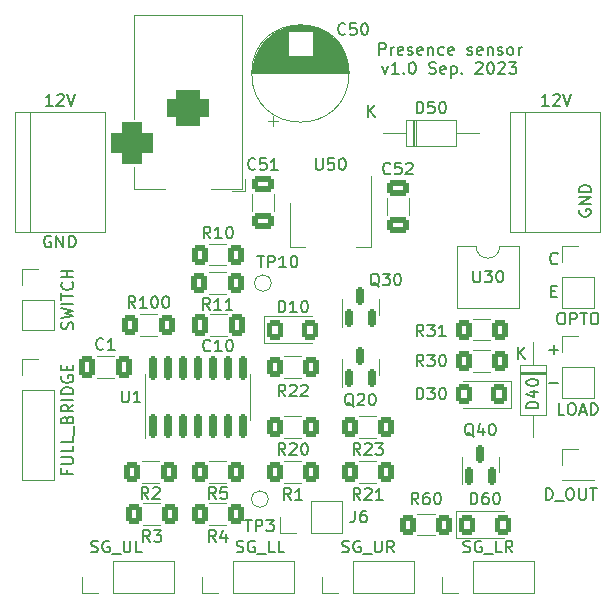
<source format=gto>
%TF.GenerationSoftware,KiCad,Pcbnew,6.0.2+dfsg-1*%
%TF.CreationDate,2023-09-26T22:36:54+02:00*%
%TF.ProjectId,presence_sensor,70726573-656e-4636-955f-73656e736f72,rev?*%
%TF.SameCoordinates,Original*%
%TF.FileFunction,Legend,Top*%
%TF.FilePolarity,Positive*%
%FSLAX46Y46*%
G04 Gerber Fmt 4.6, Leading zero omitted, Abs format (unit mm)*
G04 Created by KiCad (PCBNEW 6.0.2+dfsg-1) date 2023-09-26 22:36:54*
%MOMM*%
%LPD*%
G01*
G04 APERTURE LIST*
G04 Aperture macros list*
%AMRoundRect*
0 Rectangle with rounded corners*
0 $1 Rounding radius*
0 $2 $3 $4 $5 $6 $7 $8 $9 X,Y pos of 4 corners*
0 Add a 4 corners polygon primitive as box body*
4,1,4,$2,$3,$4,$5,$6,$7,$8,$9,$2,$3,0*
0 Add four circle primitives for the rounded corners*
1,1,$1+$1,$2,$3*
1,1,$1+$1,$4,$5*
1,1,$1+$1,$6,$7*
1,1,$1+$1,$8,$9*
0 Add four rect primitives between the rounded corners*
20,1,$1+$1,$2,$3,$4,$5,0*
20,1,$1+$1,$4,$5,$6,$7,0*
20,1,$1+$1,$6,$7,$8,$9,0*
20,1,$1+$1,$8,$9,$2,$3,0*%
G04 Aperture macros list end*
%ADD10C,0.150000*%
%ADD11C,0.120000*%
%ADD12C,2.200000*%
%ADD13RoundRect,0.150000X0.150000X-0.587500X0.150000X0.587500X-0.150000X0.587500X-0.150000X-0.587500X0*%
%ADD14R,1.500000X2.000000*%
%ADD15R,3.800000X2.000000*%
%ADD16R,1.700000X1.700000*%
%ADD17O,1.700000X1.700000*%
%ADD18R,3.500000X3.500000*%
%ADD19RoundRect,0.750000X-1.000000X0.750000X-1.000000X-0.750000X1.000000X-0.750000X1.000000X0.750000X0*%
%ADD20RoundRect,0.875000X-0.875000X0.875000X-0.875000X-0.875000X0.875000X-0.875000X0.875000X0.875000X0*%
%ADD21RoundRect,0.250001X-0.462499X-0.624999X0.462499X-0.624999X0.462499X0.624999X-0.462499X0.624999X0*%
%ADD22RoundRect,0.250000X-0.400000X-0.625000X0.400000X-0.625000X0.400000X0.625000X-0.400000X0.625000X0*%
%ADD23R,3.000000X3.000000*%
%ADD24C,3.000000*%
%ADD25RoundRect,0.250000X0.412500X0.650000X-0.412500X0.650000X-0.412500X-0.650000X0.412500X-0.650000X0*%
%ADD26RoundRect,0.250000X0.400000X0.625000X-0.400000X0.625000X-0.400000X-0.625000X0.400000X-0.625000X0*%
%ADD27R,1.600000X1.600000*%
%ADD28O,1.600000X1.600000*%
%ADD29RoundRect,0.250000X-0.650000X0.412500X-0.650000X-0.412500X0.650000X-0.412500X0.650000X0.412500X0*%
%ADD30C,1.600000*%
%ADD31C,1.000000*%
%ADD32RoundRect,0.250001X0.462499X0.624999X-0.462499X0.624999X-0.462499X-0.624999X0.462499X-0.624999X0*%
%ADD33RoundRect,0.150000X0.150000X-0.825000X0.150000X0.825000X-0.150000X0.825000X-0.150000X-0.825000X0*%
%ADD34RoundRect,0.250000X0.650000X-0.412500X0.650000X0.412500X-0.650000X0.412500X-0.650000X-0.412500X0*%
G04 APERTURE END LIST*
D10*
X95447047Y-81421428D02*
X96208952Y-81421428D01*
X95447047Y-78627428D02*
X96208952Y-78627428D01*
X95828000Y-79008380D02*
X95828000Y-78246476D01*
X95613714Y-73658571D02*
X95947047Y-73658571D01*
X96089904Y-74182380D02*
X95613714Y-74182380D01*
X95613714Y-73182380D01*
X96089904Y-73182380D01*
X96137523Y-71293142D02*
X96089904Y-71340761D01*
X95947047Y-71388380D01*
X95851809Y-71388380D01*
X95708952Y-71340761D01*
X95613714Y-71245523D01*
X95566095Y-71150285D01*
X95518476Y-70959809D01*
X95518476Y-70816952D01*
X95566095Y-70626476D01*
X95613714Y-70531238D01*
X95708952Y-70436000D01*
X95851809Y-70388380D01*
X95947047Y-70388380D01*
X96089904Y-70436000D01*
X96137523Y-70483619D01*
X81023809Y-53647380D02*
X81023809Y-52647380D01*
X81404761Y-52647380D01*
X81500000Y-52695000D01*
X81547619Y-52742619D01*
X81595238Y-52837857D01*
X81595238Y-52980714D01*
X81547619Y-53075952D01*
X81500000Y-53123571D01*
X81404761Y-53171190D01*
X81023809Y-53171190D01*
X82023809Y-53647380D02*
X82023809Y-52980714D01*
X82023809Y-53171190D02*
X82071428Y-53075952D01*
X82119047Y-53028333D01*
X82214285Y-52980714D01*
X82309523Y-52980714D01*
X83023809Y-53599761D02*
X82928571Y-53647380D01*
X82738095Y-53647380D01*
X82642857Y-53599761D01*
X82595238Y-53504523D01*
X82595238Y-53123571D01*
X82642857Y-53028333D01*
X82738095Y-52980714D01*
X82928571Y-52980714D01*
X83023809Y-53028333D01*
X83071428Y-53123571D01*
X83071428Y-53218809D01*
X82595238Y-53314047D01*
X83452380Y-53599761D02*
X83547619Y-53647380D01*
X83738095Y-53647380D01*
X83833333Y-53599761D01*
X83880952Y-53504523D01*
X83880952Y-53456904D01*
X83833333Y-53361666D01*
X83738095Y-53314047D01*
X83595238Y-53314047D01*
X83500000Y-53266428D01*
X83452380Y-53171190D01*
X83452380Y-53123571D01*
X83500000Y-53028333D01*
X83595238Y-52980714D01*
X83738095Y-52980714D01*
X83833333Y-53028333D01*
X84690476Y-53599761D02*
X84595238Y-53647380D01*
X84404761Y-53647380D01*
X84309523Y-53599761D01*
X84261904Y-53504523D01*
X84261904Y-53123571D01*
X84309523Y-53028333D01*
X84404761Y-52980714D01*
X84595238Y-52980714D01*
X84690476Y-53028333D01*
X84738095Y-53123571D01*
X84738095Y-53218809D01*
X84261904Y-53314047D01*
X85166666Y-52980714D02*
X85166666Y-53647380D01*
X85166666Y-53075952D02*
X85214285Y-53028333D01*
X85309523Y-52980714D01*
X85452380Y-52980714D01*
X85547619Y-53028333D01*
X85595238Y-53123571D01*
X85595238Y-53647380D01*
X86500000Y-53599761D02*
X86404761Y-53647380D01*
X86214285Y-53647380D01*
X86119047Y-53599761D01*
X86071428Y-53552142D01*
X86023809Y-53456904D01*
X86023809Y-53171190D01*
X86071428Y-53075952D01*
X86119047Y-53028333D01*
X86214285Y-52980714D01*
X86404761Y-52980714D01*
X86500000Y-53028333D01*
X87309523Y-53599761D02*
X87214285Y-53647380D01*
X87023809Y-53647380D01*
X86928571Y-53599761D01*
X86880952Y-53504523D01*
X86880952Y-53123571D01*
X86928571Y-53028333D01*
X87023809Y-52980714D01*
X87214285Y-52980714D01*
X87309523Y-53028333D01*
X87357142Y-53123571D01*
X87357142Y-53218809D01*
X86880952Y-53314047D01*
X88500000Y-53599761D02*
X88595238Y-53647380D01*
X88785714Y-53647380D01*
X88880952Y-53599761D01*
X88928571Y-53504523D01*
X88928571Y-53456904D01*
X88880952Y-53361666D01*
X88785714Y-53314047D01*
X88642857Y-53314047D01*
X88547619Y-53266428D01*
X88500000Y-53171190D01*
X88500000Y-53123571D01*
X88547619Y-53028333D01*
X88642857Y-52980714D01*
X88785714Y-52980714D01*
X88880952Y-53028333D01*
X89738095Y-53599761D02*
X89642857Y-53647380D01*
X89452380Y-53647380D01*
X89357142Y-53599761D01*
X89309523Y-53504523D01*
X89309523Y-53123571D01*
X89357142Y-53028333D01*
X89452380Y-52980714D01*
X89642857Y-52980714D01*
X89738095Y-53028333D01*
X89785714Y-53123571D01*
X89785714Y-53218809D01*
X89309523Y-53314047D01*
X90214285Y-52980714D02*
X90214285Y-53647380D01*
X90214285Y-53075952D02*
X90261904Y-53028333D01*
X90357142Y-52980714D01*
X90500000Y-52980714D01*
X90595238Y-53028333D01*
X90642857Y-53123571D01*
X90642857Y-53647380D01*
X91071428Y-53599761D02*
X91166666Y-53647380D01*
X91357142Y-53647380D01*
X91452380Y-53599761D01*
X91500000Y-53504523D01*
X91500000Y-53456904D01*
X91452380Y-53361666D01*
X91357142Y-53314047D01*
X91214285Y-53314047D01*
X91119047Y-53266428D01*
X91071428Y-53171190D01*
X91071428Y-53123571D01*
X91119047Y-53028333D01*
X91214285Y-52980714D01*
X91357142Y-52980714D01*
X91452380Y-53028333D01*
X92071428Y-53647380D02*
X91976190Y-53599761D01*
X91928571Y-53552142D01*
X91880952Y-53456904D01*
X91880952Y-53171190D01*
X91928571Y-53075952D01*
X91976190Y-53028333D01*
X92071428Y-52980714D01*
X92214285Y-52980714D01*
X92309523Y-53028333D01*
X92357142Y-53075952D01*
X92404761Y-53171190D01*
X92404761Y-53456904D01*
X92357142Y-53552142D01*
X92309523Y-53599761D01*
X92214285Y-53647380D01*
X92071428Y-53647380D01*
X92833333Y-53647380D02*
X92833333Y-52980714D01*
X92833333Y-53171190D02*
X92880952Y-53075952D01*
X92928571Y-53028333D01*
X93023809Y-52980714D01*
X93119047Y-52980714D01*
X81309523Y-54590714D02*
X81547619Y-55257380D01*
X81785714Y-54590714D01*
X82690476Y-55257380D02*
X82119047Y-55257380D01*
X82404761Y-55257380D02*
X82404761Y-54257380D01*
X82309523Y-54400238D01*
X82214285Y-54495476D01*
X82119047Y-54543095D01*
X83119047Y-55162142D02*
X83166666Y-55209761D01*
X83119047Y-55257380D01*
X83071428Y-55209761D01*
X83119047Y-55162142D01*
X83119047Y-55257380D01*
X83785714Y-54257380D02*
X83880952Y-54257380D01*
X83976190Y-54305000D01*
X84023809Y-54352619D01*
X84071428Y-54447857D01*
X84119047Y-54638333D01*
X84119047Y-54876428D01*
X84071428Y-55066904D01*
X84023809Y-55162142D01*
X83976190Y-55209761D01*
X83880952Y-55257380D01*
X83785714Y-55257380D01*
X83690476Y-55209761D01*
X83642857Y-55162142D01*
X83595238Y-55066904D01*
X83547619Y-54876428D01*
X83547619Y-54638333D01*
X83595238Y-54447857D01*
X83642857Y-54352619D01*
X83690476Y-54305000D01*
X83785714Y-54257380D01*
X85261904Y-55209761D02*
X85404761Y-55257380D01*
X85642857Y-55257380D01*
X85738095Y-55209761D01*
X85785714Y-55162142D01*
X85833333Y-55066904D01*
X85833333Y-54971666D01*
X85785714Y-54876428D01*
X85738095Y-54828809D01*
X85642857Y-54781190D01*
X85452380Y-54733571D01*
X85357142Y-54685952D01*
X85309523Y-54638333D01*
X85261904Y-54543095D01*
X85261904Y-54447857D01*
X85309523Y-54352619D01*
X85357142Y-54305000D01*
X85452380Y-54257380D01*
X85690476Y-54257380D01*
X85833333Y-54305000D01*
X86642857Y-55209761D02*
X86547619Y-55257380D01*
X86357142Y-55257380D01*
X86261904Y-55209761D01*
X86214285Y-55114523D01*
X86214285Y-54733571D01*
X86261904Y-54638333D01*
X86357142Y-54590714D01*
X86547619Y-54590714D01*
X86642857Y-54638333D01*
X86690476Y-54733571D01*
X86690476Y-54828809D01*
X86214285Y-54924047D01*
X87119047Y-54590714D02*
X87119047Y-55590714D01*
X87119047Y-54638333D02*
X87214285Y-54590714D01*
X87404761Y-54590714D01*
X87500000Y-54638333D01*
X87547619Y-54685952D01*
X87595238Y-54781190D01*
X87595238Y-55066904D01*
X87547619Y-55162142D01*
X87500000Y-55209761D01*
X87404761Y-55257380D01*
X87214285Y-55257380D01*
X87119047Y-55209761D01*
X88023809Y-55162142D02*
X88071428Y-55209761D01*
X88023809Y-55257380D01*
X87976190Y-55209761D01*
X88023809Y-55162142D01*
X88023809Y-55257380D01*
X89214285Y-54352619D02*
X89261904Y-54305000D01*
X89357142Y-54257380D01*
X89595238Y-54257380D01*
X89690476Y-54305000D01*
X89738095Y-54352619D01*
X89785714Y-54447857D01*
X89785714Y-54543095D01*
X89738095Y-54685952D01*
X89166666Y-55257380D01*
X89785714Y-55257380D01*
X90404761Y-54257380D02*
X90500000Y-54257380D01*
X90595238Y-54305000D01*
X90642857Y-54352619D01*
X90690476Y-54447857D01*
X90738095Y-54638333D01*
X90738095Y-54876428D01*
X90690476Y-55066904D01*
X90642857Y-55162142D01*
X90595238Y-55209761D01*
X90500000Y-55257380D01*
X90404761Y-55257380D01*
X90309523Y-55209761D01*
X90261904Y-55162142D01*
X90214285Y-55066904D01*
X90166666Y-54876428D01*
X90166666Y-54638333D01*
X90214285Y-54447857D01*
X90261904Y-54352619D01*
X90309523Y-54305000D01*
X90404761Y-54257380D01*
X91119047Y-54352619D02*
X91166666Y-54305000D01*
X91261904Y-54257380D01*
X91500000Y-54257380D01*
X91595238Y-54305000D01*
X91642857Y-54352619D01*
X91690476Y-54447857D01*
X91690476Y-54543095D01*
X91642857Y-54685952D01*
X91071428Y-55257380D01*
X91690476Y-55257380D01*
X92023809Y-54257380D02*
X92642857Y-54257380D01*
X92309523Y-54638333D01*
X92452380Y-54638333D01*
X92547619Y-54685952D01*
X92595238Y-54733571D01*
X92642857Y-54828809D01*
X92642857Y-55066904D01*
X92595238Y-55162142D01*
X92547619Y-55209761D01*
X92452380Y-55257380D01*
X92166666Y-55257380D01*
X92071428Y-55209761D01*
X92023809Y-55162142D01*
X98000000Y-66761904D02*
X97952380Y-66857142D01*
X97952380Y-67000000D01*
X98000000Y-67142857D01*
X98095238Y-67238095D01*
X98190476Y-67285714D01*
X98380952Y-67333333D01*
X98523809Y-67333333D01*
X98714285Y-67285714D01*
X98809523Y-67238095D01*
X98904761Y-67142857D01*
X98952380Y-67000000D01*
X98952380Y-66904761D01*
X98904761Y-66761904D01*
X98857142Y-66714285D01*
X98523809Y-66714285D01*
X98523809Y-66904761D01*
X98952380Y-66285714D02*
X97952380Y-66285714D01*
X98952380Y-65714285D01*
X97952380Y-65714285D01*
X98952380Y-65238095D02*
X97952380Y-65238095D01*
X97952380Y-65000000D01*
X98000000Y-64857142D01*
X98095238Y-64761904D01*
X98190476Y-64714285D01*
X98380952Y-64666666D01*
X98523809Y-64666666D01*
X98714285Y-64714285D01*
X98809523Y-64761904D01*
X98904761Y-64857142D01*
X98952380Y-65000000D01*
X98952380Y-65238095D01*
X53238095Y-69000000D02*
X53142857Y-68952380D01*
X53000000Y-68952380D01*
X52857142Y-69000000D01*
X52761904Y-69095238D01*
X52714285Y-69190476D01*
X52666666Y-69380952D01*
X52666666Y-69523809D01*
X52714285Y-69714285D01*
X52761904Y-69809523D01*
X52857142Y-69904761D01*
X53000000Y-69952380D01*
X53095238Y-69952380D01*
X53238095Y-69904761D01*
X53285714Y-69857142D01*
X53285714Y-69523809D01*
X53095238Y-69523809D01*
X53714285Y-69952380D02*
X53714285Y-68952380D01*
X54285714Y-69952380D01*
X54285714Y-68952380D01*
X54761904Y-69952380D02*
X54761904Y-68952380D01*
X55000000Y-68952380D01*
X55142857Y-69000000D01*
X55238095Y-69095238D01*
X55285714Y-69190476D01*
X55333333Y-69380952D01*
X55333333Y-69523809D01*
X55285714Y-69714285D01*
X55238095Y-69809523D01*
X55142857Y-69904761D01*
X55000000Y-69952380D01*
X54761904Y-69952380D01*
X53380952Y-57952380D02*
X52809523Y-57952380D01*
X53095238Y-57952380D02*
X53095238Y-56952380D01*
X53000000Y-57095238D01*
X52904761Y-57190476D01*
X52809523Y-57238095D01*
X53761904Y-57047619D02*
X53809523Y-57000000D01*
X53904761Y-56952380D01*
X54142857Y-56952380D01*
X54238095Y-57000000D01*
X54285714Y-57047619D01*
X54333333Y-57142857D01*
X54333333Y-57238095D01*
X54285714Y-57380952D01*
X53714285Y-57952380D01*
X54333333Y-57952380D01*
X54619047Y-56952380D02*
X54952380Y-57952380D01*
X55285714Y-56952380D01*
X95380952Y-57952380D02*
X94809523Y-57952380D01*
X95095238Y-57952380D02*
X95095238Y-56952380D01*
X95000000Y-57095238D01*
X94904761Y-57190476D01*
X94809523Y-57238095D01*
X95761904Y-57047619D02*
X95809523Y-57000000D01*
X95904761Y-56952380D01*
X96142857Y-56952380D01*
X96238095Y-57000000D01*
X96285714Y-57047619D01*
X96333333Y-57142857D01*
X96333333Y-57238095D01*
X96285714Y-57380952D01*
X95714285Y-57952380D01*
X96333333Y-57952380D01*
X96619047Y-56952380D02*
X96952380Y-57952380D01*
X97285714Y-56952380D01*
%TO.C,Q40*%
X89033571Y-85961619D02*
X88938333Y-85914000D01*
X88843095Y-85818761D01*
X88700238Y-85675904D01*
X88605000Y-85628285D01*
X88509761Y-85628285D01*
X88557380Y-85866380D02*
X88462142Y-85818761D01*
X88366904Y-85723523D01*
X88319285Y-85533047D01*
X88319285Y-85199714D01*
X88366904Y-85009238D01*
X88462142Y-84914000D01*
X88557380Y-84866380D01*
X88747857Y-84866380D01*
X88843095Y-84914000D01*
X88938333Y-85009238D01*
X88985952Y-85199714D01*
X88985952Y-85533047D01*
X88938333Y-85723523D01*
X88843095Y-85818761D01*
X88747857Y-85866380D01*
X88557380Y-85866380D01*
X89843095Y-85199714D02*
X89843095Y-85866380D01*
X89605000Y-84818761D02*
X89366904Y-85533047D01*
X89985952Y-85533047D01*
X90557380Y-84866380D02*
X90652619Y-84866380D01*
X90747857Y-84914000D01*
X90795476Y-84961619D01*
X90843095Y-85056857D01*
X90890714Y-85247333D01*
X90890714Y-85485428D01*
X90843095Y-85675904D01*
X90795476Y-85771142D01*
X90747857Y-85818761D01*
X90652619Y-85866380D01*
X90557380Y-85866380D01*
X90462142Y-85818761D01*
X90414523Y-85771142D01*
X90366904Y-85675904D01*
X90319285Y-85485428D01*
X90319285Y-85247333D01*
X90366904Y-85056857D01*
X90414523Y-84961619D01*
X90462142Y-84914000D01*
X90557380Y-84866380D01*
%TO.C,U50*%
X75666904Y-62387380D02*
X75666904Y-63196904D01*
X75714523Y-63292142D01*
X75762142Y-63339761D01*
X75857380Y-63387380D01*
X76047857Y-63387380D01*
X76143095Y-63339761D01*
X76190714Y-63292142D01*
X76238333Y-63196904D01*
X76238333Y-62387380D01*
X77190714Y-62387380D02*
X76714523Y-62387380D01*
X76666904Y-62863571D01*
X76714523Y-62815952D01*
X76809761Y-62768333D01*
X77047857Y-62768333D01*
X77143095Y-62815952D01*
X77190714Y-62863571D01*
X77238333Y-62958809D01*
X77238333Y-63196904D01*
X77190714Y-63292142D01*
X77143095Y-63339761D01*
X77047857Y-63387380D01*
X76809761Y-63387380D01*
X76714523Y-63339761D01*
X76666904Y-63292142D01*
X77857380Y-62387380D02*
X77952619Y-62387380D01*
X78047857Y-62435000D01*
X78095476Y-62482619D01*
X78143095Y-62577857D01*
X78190714Y-62768333D01*
X78190714Y-63006428D01*
X78143095Y-63196904D01*
X78095476Y-63292142D01*
X78047857Y-63339761D01*
X77952619Y-63387380D01*
X77857380Y-63387380D01*
X77762142Y-63339761D01*
X77714523Y-63292142D01*
X77666904Y-63196904D01*
X77619285Y-63006428D01*
X77619285Y-62768333D01*
X77666904Y-62577857D01*
X77714523Y-62482619D01*
X77762142Y-62435000D01*
X77857380Y-62387380D01*
%TO.C,J40*%
X96717142Y-84132380D02*
X96240952Y-84132380D01*
X96240952Y-83132380D01*
X97240952Y-83132380D02*
X97431428Y-83132380D01*
X97526666Y-83180000D01*
X97621904Y-83275238D01*
X97669523Y-83465714D01*
X97669523Y-83799047D01*
X97621904Y-83989523D01*
X97526666Y-84084761D01*
X97431428Y-84132380D01*
X97240952Y-84132380D01*
X97145714Y-84084761D01*
X97050476Y-83989523D01*
X97002857Y-83799047D01*
X97002857Y-83465714D01*
X97050476Y-83275238D01*
X97145714Y-83180000D01*
X97240952Y-83132380D01*
X98050476Y-83846666D02*
X98526666Y-83846666D01*
X97955238Y-84132380D02*
X98288571Y-83132380D01*
X98621904Y-84132380D01*
X98955238Y-84132380D02*
X98955238Y-83132380D01*
X99193333Y-83132380D01*
X99336190Y-83180000D01*
X99431428Y-83275238D01*
X99479047Y-83370476D01*
X99526666Y-83560952D01*
X99526666Y-83703809D01*
X99479047Y-83894285D01*
X99431428Y-83989523D01*
X99336190Y-84084761D01*
X99193333Y-84132380D01*
X98955238Y-84132380D01*
%TO.C,J31*%
X96360000Y-75468380D02*
X96550476Y-75468380D01*
X96645714Y-75516000D01*
X96740952Y-75611238D01*
X96788571Y-75801714D01*
X96788571Y-76135047D01*
X96740952Y-76325523D01*
X96645714Y-76420761D01*
X96550476Y-76468380D01*
X96360000Y-76468380D01*
X96264761Y-76420761D01*
X96169523Y-76325523D01*
X96121904Y-76135047D01*
X96121904Y-75801714D01*
X96169523Y-75611238D01*
X96264761Y-75516000D01*
X96360000Y-75468380D01*
X97217142Y-76468380D02*
X97217142Y-75468380D01*
X97598095Y-75468380D01*
X97693333Y-75516000D01*
X97740952Y-75563619D01*
X97788571Y-75658857D01*
X97788571Y-75801714D01*
X97740952Y-75896952D01*
X97693333Y-75944571D01*
X97598095Y-75992190D01*
X97217142Y-75992190D01*
X98074285Y-75468380D02*
X98645714Y-75468380D01*
X98360000Y-76468380D02*
X98360000Y-75468380D01*
X99169523Y-75468380D02*
X99360000Y-75468380D01*
X99455238Y-75516000D01*
X99550476Y-75611238D01*
X99598095Y-75801714D01*
X99598095Y-76135047D01*
X99550476Y-76325523D01*
X99455238Y-76420761D01*
X99360000Y-76468380D01*
X99169523Y-76468380D01*
X99074285Y-76420761D01*
X98979047Y-76325523D01*
X98931428Y-76135047D01*
X98931428Y-75801714D01*
X98979047Y-75611238D01*
X99074285Y-75516000D01*
X99169523Y-75468380D01*
%TO.C,D10*%
X72515714Y-75452380D02*
X72515714Y-74452380D01*
X72753809Y-74452380D01*
X72896666Y-74500000D01*
X72991904Y-74595238D01*
X73039523Y-74690476D01*
X73087142Y-74880952D01*
X73087142Y-75023809D01*
X73039523Y-75214285D01*
X72991904Y-75309523D01*
X72896666Y-75404761D01*
X72753809Y-75452380D01*
X72515714Y-75452380D01*
X74039523Y-75452380D02*
X73468095Y-75452380D01*
X73753809Y-75452380D02*
X73753809Y-74452380D01*
X73658571Y-74595238D01*
X73563333Y-74690476D01*
X73468095Y-74738095D01*
X74658571Y-74452380D02*
X74753809Y-74452380D01*
X74849047Y-74500000D01*
X74896666Y-74547619D01*
X74944285Y-74642857D01*
X74991904Y-74833333D01*
X74991904Y-75071428D01*
X74944285Y-75261904D01*
X74896666Y-75357142D01*
X74849047Y-75404761D01*
X74753809Y-75452380D01*
X74658571Y-75452380D01*
X74563333Y-75404761D01*
X74515714Y-75357142D01*
X74468095Y-75261904D01*
X74420476Y-75071428D01*
X74420476Y-74833333D01*
X74468095Y-74642857D01*
X74515714Y-74547619D01*
X74563333Y-74500000D01*
X74658571Y-74452380D01*
%TO.C,R20*%
X73087142Y-87517380D02*
X72753809Y-87041190D01*
X72515714Y-87517380D02*
X72515714Y-86517380D01*
X72896666Y-86517380D01*
X72991904Y-86565000D01*
X73039523Y-86612619D01*
X73087142Y-86707857D01*
X73087142Y-86850714D01*
X73039523Y-86945952D01*
X72991904Y-86993571D01*
X72896666Y-87041190D01*
X72515714Y-87041190D01*
X73468095Y-86612619D02*
X73515714Y-86565000D01*
X73610952Y-86517380D01*
X73849047Y-86517380D01*
X73944285Y-86565000D01*
X73991904Y-86612619D01*
X74039523Y-86707857D01*
X74039523Y-86803095D01*
X73991904Y-86945952D01*
X73420476Y-87517380D01*
X74039523Y-87517380D01*
X74658571Y-86517380D02*
X74753809Y-86517380D01*
X74849047Y-86565000D01*
X74896666Y-86612619D01*
X74944285Y-86707857D01*
X74991904Y-86898333D01*
X74991904Y-87136428D01*
X74944285Y-87326904D01*
X74896666Y-87422142D01*
X74849047Y-87469761D01*
X74753809Y-87517380D01*
X74658571Y-87517380D01*
X74563333Y-87469761D01*
X74515714Y-87422142D01*
X74468095Y-87326904D01*
X74420476Y-87136428D01*
X74420476Y-86898333D01*
X74468095Y-86707857D01*
X74515714Y-86612619D01*
X74563333Y-86565000D01*
X74658571Y-86517380D01*
%TO.C,R21*%
X79437142Y-91327380D02*
X79103809Y-90851190D01*
X78865714Y-91327380D02*
X78865714Y-90327380D01*
X79246666Y-90327380D01*
X79341904Y-90375000D01*
X79389523Y-90422619D01*
X79437142Y-90517857D01*
X79437142Y-90660714D01*
X79389523Y-90755952D01*
X79341904Y-90803571D01*
X79246666Y-90851190D01*
X78865714Y-90851190D01*
X79818095Y-90422619D02*
X79865714Y-90375000D01*
X79960952Y-90327380D01*
X80199047Y-90327380D01*
X80294285Y-90375000D01*
X80341904Y-90422619D01*
X80389523Y-90517857D01*
X80389523Y-90613095D01*
X80341904Y-90755952D01*
X79770476Y-91327380D01*
X80389523Y-91327380D01*
X81341904Y-91327380D02*
X80770476Y-91327380D01*
X81056190Y-91327380D02*
X81056190Y-90327380D01*
X80960952Y-90470238D01*
X80865714Y-90565476D01*
X80770476Y-90613095D01*
%TO.C,J30*%
X95153571Y-91327380D02*
X95153571Y-90327380D01*
X95391666Y-90327380D01*
X95534523Y-90375000D01*
X95629761Y-90470238D01*
X95677380Y-90565476D01*
X95725000Y-90755952D01*
X95725000Y-90898809D01*
X95677380Y-91089285D01*
X95629761Y-91184523D01*
X95534523Y-91279761D01*
X95391666Y-91327380D01*
X95153571Y-91327380D01*
X95915476Y-91422619D02*
X96677380Y-91422619D01*
X97105952Y-90327380D02*
X97296428Y-90327380D01*
X97391666Y-90375000D01*
X97486904Y-90470238D01*
X97534523Y-90660714D01*
X97534523Y-90994047D01*
X97486904Y-91184523D01*
X97391666Y-91279761D01*
X97296428Y-91327380D01*
X97105952Y-91327380D01*
X97010714Y-91279761D01*
X96915476Y-91184523D01*
X96867857Y-90994047D01*
X96867857Y-90660714D01*
X96915476Y-90470238D01*
X97010714Y-90375000D01*
X97105952Y-90327380D01*
X97963095Y-90327380D02*
X97963095Y-91136904D01*
X98010714Y-91232142D01*
X98058333Y-91279761D01*
X98153571Y-91327380D01*
X98344047Y-91327380D01*
X98439285Y-91279761D01*
X98486904Y-91232142D01*
X98534523Y-91136904D01*
X98534523Y-90327380D01*
X98867857Y-90327380D02*
X99439285Y-90327380D01*
X99153571Y-91327380D02*
X99153571Y-90327380D01*
%TO.C,C1*%
X57688333Y-78532142D02*
X57640714Y-78579761D01*
X57497857Y-78627380D01*
X57402619Y-78627380D01*
X57259761Y-78579761D01*
X57164523Y-78484523D01*
X57116904Y-78389285D01*
X57069285Y-78198809D01*
X57069285Y-78055952D01*
X57116904Y-77865476D01*
X57164523Y-77770238D01*
X57259761Y-77675000D01*
X57402619Y-77627380D01*
X57497857Y-77627380D01*
X57640714Y-77675000D01*
X57688333Y-77722619D01*
X58640714Y-78627380D02*
X58069285Y-78627380D01*
X58355000Y-78627380D02*
X58355000Y-77627380D01*
X58259761Y-77770238D01*
X58164523Y-77865476D01*
X58069285Y-77913095D01*
%TO.C,J10*%
X55084761Y-76860000D02*
X55132380Y-76717142D01*
X55132380Y-76479047D01*
X55084761Y-76383809D01*
X55037142Y-76336190D01*
X54941904Y-76288571D01*
X54846666Y-76288571D01*
X54751428Y-76336190D01*
X54703809Y-76383809D01*
X54656190Y-76479047D01*
X54608571Y-76669523D01*
X54560952Y-76764761D01*
X54513333Y-76812380D01*
X54418095Y-76860000D01*
X54322857Y-76860000D01*
X54227619Y-76812380D01*
X54180000Y-76764761D01*
X54132380Y-76669523D01*
X54132380Y-76431428D01*
X54180000Y-76288571D01*
X54132380Y-75955238D02*
X55132380Y-75717142D01*
X54418095Y-75526666D01*
X55132380Y-75336190D01*
X54132380Y-75098095D01*
X55132380Y-74717142D02*
X54132380Y-74717142D01*
X54132380Y-74383809D02*
X54132380Y-73812380D01*
X55132380Y-74098095D02*
X54132380Y-74098095D01*
X55037142Y-72907619D02*
X55084761Y-72955238D01*
X55132380Y-73098095D01*
X55132380Y-73193333D01*
X55084761Y-73336190D01*
X54989523Y-73431428D01*
X54894285Y-73479047D01*
X54703809Y-73526666D01*
X54560952Y-73526666D01*
X54370476Y-73479047D01*
X54275238Y-73431428D01*
X54180000Y-73336190D01*
X54132380Y-73193333D01*
X54132380Y-73098095D01*
X54180000Y-72955238D01*
X54227619Y-72907619D01*
X55132380Y-72479047D02*
X54132380Y-72479047D01*
X54608571Y-72479047D02*
X54608571Y-71907619D01*
X55132380Y-71907619D02*
X54132380Y-71907619D01*
%TO.C,J2*%
X77904523Y-95724761D02*
X78047380Y-95772380D01*
X78285476Y-95772380D01*
X78380714Y-95724761D01*
X78428333Y-95677142D01*
X78475952Y-95581904D01*
X78475952Y-95486666D01*
X78428333Y-95391428D01*
X78380714Y-95343809D01*
X78285476Y-95296190D01*
X78095000Y-95248571D01*
X77999761Y-95200952D01*
X77952142Y-95153333D01*
X77904523Y-95058095D01*
X77904523Y-94962857D01*
X77952142Y-94867619D01*
X77999761Y-94820000D01*
X78095000Y-94772380D01*
X78333095Y-94772380D01*
X78475952Y-94820000D01*
X79428333Y-94820000D02*
X79333095Y-94772380D01*
X79190238Y-94772380D01*
X79047380Y-94820000D01*
X78952142Y-94915238D01*
X78904523Y-95010476D01*
X78856904Y-95200952D01*
X78856904Y-95343809D01*
X78904523Y-95534285D01*
X78952142Y-95629523D01*
X79047380Y-95724761D01*
X79190238Y-95772380D01*
X79285476Y-95772380D01*
X79428333Y-95724761D01*
X79475952Y-95677142D01*
X79475952Y-95343809D01*
X79285476Y-95343809D01*
X79666428Y-95867619D02*
X80428333Y-95867619D01*
X80666428Y-94772380D02*
X80666428Y-95581904D01*
X80714047Y-95677142D01*
X80761666Y-95724761D01*
X80856904Y-95772380D01*
X81047380Y-95772380D01*
X81142619Y-95724761D01*
X81190238Y-95677142D01*
X81237857Y-95581904D01*
X81237857Y-94772380D01*
X82285476Y-95772380D02*
X81952142Y-95296190D01*
X81714047Y-95772380D02*
X81714047Y-94772380D01*
X82095000Y-94772380D01*
X82190238Y-94820000D01*
X82237857Y-94867619D01*
X82285476Y-94962857D01*
X82285476Y-95105714D01*
X82237857Y-95200952D01*
X82190238Y-95248571D01*
X82095000Y-95296190D01*
X81714047Y-95296190D01*
%TO.C,R4*%
X67213333Y-94883380D02*
X66880000Y-94407190D01*
X66641904Y-94883380D02*
X66641904Y-93883380D01*
X67022857Y-93883380D01*
X67118095Y-93931000D01*
X67165714Y-93978619D01*
X67213333Y-94073857D01*
X67213333Y-94216714D01*
X67165714Y-94311952D01*
X67118095Y-94359571D01*
X67022857Y-94407190D01*
X66641904Y-94407190D01*
X68070476Y-94216714D02*
X68070476Y-94883380D01*
X67832380Y-93835761D02*
X67594285Y-94550047D01*
X68213333Y-94550047D01*
%TO.C,R30*%
X84771142Y-80024380D02*
X84437809Y-79548190D01*
X84199714Y-80024380D02*
X84199714Y-79024380D01*
X84580666Y-79024380D01*
X84675904Y-79072000D01*
X84723523Y-79119619D01*
X84771142Y-79214857D01*
X84771142Y-79357714D01*
X84723523Y-79452952D01*
X84675904Y-79500571D01*
X84580666Y-79548190D01*
X84199714Y-79548190D01*
X85104476Y-79024380D02*
X85723523Y-79024380D01*
X85390190Y-79405333D01*
X85533047Y-79405333D01*
X85628285Y-79452952D01*
X85675904Y-79500571D01*
X85723523Y-79595809D01*
X85723523Y-79833904D01*
X85675904Y-79929142D01*
X85628285Y-79976761D01*
X85533047Y-80024380D01*
X85247333Y-80024380D01*
X85152095Y-79976761D01*
X85104476Y-79929142D01*
X86342571Y-79024380D02*
X86437809Y-79024380D01*
X86533047Y-79072000D01*
X86580666Y-79119619D01*
X86628285Y-79214857D01*
X86675904Y-79405333D01*
X86675904Y-79643428D01*
X86628285Y-79833904D01*
X86580666Y-79929142D01*
X86533047Y-79976761D01*
X86437809Y-80024380D01*
X86342571Y-80024380D01*
X86247333Y-79976761D01*
X86199714Y-79929142D01*
X86152095Y-79833904D01*
X86104476Y-79643428D01*
X86104476Y-79405333D01*
X86152095Y-79214857D01*
X86199714Y-79119619D01*
X86247333Y-79072000D01*
X86342571Y-79024380D01*
%TO.C,R3*%
X61625333Y-94883380D02*
X61292000Y-94407190D01*
X61053904Y-94883380D02*
X61053904Y-93883380D01*
X61434857Y-93883380D01*
X61530095Y-93931000D01*
X61577714Y-93978619D01*
X61625333Y-94073857D01*
X61625333Y-94216714D01*
X61577714Y-94311952D01*
X61530095Y-94359571D01*
X61434857Y-94407190D01*
X61053904Y-94407190D01*
X61958666Y-93883380D02*
X62577714Y-93883380D01*
X62244380Y-94264333D01*
X62387238Y-94264333D01*
X62482476Y-94311952D01*
X62530095Y-94359571D01*
X62577714Y-94454809D01*
X62577714Y-94692904D01*
X62530095Y-94788142D01*
X62482476Y-94835761D01*
X62387238Y-94883380D01*
X62101523Y-94883380D01*
X62006285Y-94835761D01*
X61958666Y-94788142D01*
%TO.C,D50*%
X84199714Y-58600380D02*
X84199714Y-57600380D01*
X84437809Y-57600380D01*
X84580666Y-57648000D01*
X84675904Y-57743238D01*
X84723523Y-57838476D01*
X84771142Y-58028952D01*
X84771142Y-58171809D01*
X84723523Y-58362285D01*
X84675904Y-58457523D01*
X84580666Y-58552761D01*
X84437809Y-58600380D01*
X84199714Y-58600380D01*
X85675904Y-57600380D02*
X85199714Y-57600380D01*
X85152095Y-58076571D01*
X85199714Y-58028952D01*
X85294952Y-57981333D01*
X85533047Y-57981333D01*
X85628285Y-58028952D01*
X85675904Y-58076571D01*
X85723523Y-58171809D01*
X85723523Y-58409904D01*
X85675904Y-58505142D01*
X85628285Y-58552761D01*
X85533047Y-58600380D01*
X85294952Y-58600380D01*
X85199714Y-58552761D01*
X85152095Y-58505142D01*
X86342571Y-57600380D02*
X86437809Y-57600380D01*
X86533047Y-57648000D01*
X86580666Y-57695619D01*
X86628285Y-57790857D01*
X86675904Y-57981333D01*
X86675904Y-58219428D01*
X86628285Y-58409904D01*
X86580666Y-58505142D01*
X86533047Y-58552761D01*
X86437809Y-58600380D01*
X86342571Y-58600380D01*
X86247333Y-58552761D01*
X86199714Y-58505142D01*
X86152095Y-58409904D01*
X86104476Y-58219428D01*
X86104476Y-57981333D01*
X86152095Y-57790857D01*
X86199714Y-57695619D01*
X86247333Y-57648000D01*
X86342571Y-57600380D01*
X80072095Y-58920380D02*
X80072095Y-57920380D01*
X80643523Y-58920380D02*
X80214952Y-58348952D01*
X80643523Y-57920380D02*
X80072095Y-58491809D01*
%TO.C,Q30*%
X81032571Y-73261619D02*
X80937333Y-73214000D01*
X80842095Y-73118761D01*
X80699238Y-72975904D01*
X80604000Y-72928285D01*
X80508761Y-72928285D01*
X80556380Y-73166380D02*
X80461142Y-73118761D01*
X80365904Y-73023523D01*
X80318285Y-72833047D01*
X80318285Y-72499714D01*
X80365904Y-72309238D01*
X80461142Y-72214000D01*
X80556380Y-72166380D01*
X80746857Y-72166380D01*
X80842095Y-72214000D01*
X80937333Y-72309238D01*
X80984952Y-72499714D01*
X80984952Y-72833047D01*
X80937333Y-73023523D01*
X80842095Y-73118761D01*
X80746857Y-73166380D01*
X80556380Y-73166380D01*
X81318285Y-72166380D02*
X81937333Y-72166380D01*
X81604000Y-72547333D01*
X81746857Y-72547333D01*
X81842095Y-72594952D01*
X81889714Y-72642571D01*
X81937333Y-72737809D01*
X81937333Y-72975904D01*
X81889714Y-73071142D01*
X81842095Y-73118761D01*
X81746857Y-73166380D01*
X81461142Y-73166380D01*
X81365904Y-73118761D01*
X81318285Y-73071142D01*
X82556380Y-72166380D02*
X82651619Y-72166380D01*
X82746857Y-72214000D01*
X82794476Y-72261619D01*
X82842095Y-72356857D01*
X82889714Y-72547333D01*
X82889714Y-72785428D01*
X82842095Y-72975904D01*
X82794476Y-73071142D01*
X82746857Y-73118761D01*
X82651619Y-73166380D01*
X82556380Y-73166380D01*
X82461142Y-73118761D01*
X82413523Y-73071142D01*
X82365904Y-72975904D01*
X82318285Y-72785428D01*
X82318285Y-72547333D01*
X82365904Y-72356857D01*
X82413523Y-72261619D01*
X82461142Y-72214000D01*
X82556380Y-72166380D01*
%TO.C,C51*%
X70547142Y-63292142D02*
X70499523Y-63339761D01*
X70356666Y-63387380D01*
X70261428Y-63387380D01*
X70118571Y-63339761D01*
X70023333Y-63244523D01*
X69975714Y-63149285D01*
X69928095Y-62958809D01*
X69928095Y-62815952D01*
X69975714Y-62625476D01*
X70023333Y-62530238D01*
X70118571Y-62435000D01*
X70261428Y-62387380D01*
X70356666Y-62387380D01*
X70499523Y-62435000D01*
X70547142Y-62482619D01*
X71451904Y-62387380D02*
X70975714Y-62387380D01*
X70928095Y-62863571D01*
X70975714Y-62815952D01*
X71070952Y-62768333D01*
X71309047Y-62768333D01*
X71404285Y-62815952D01*
X71451904Y-62863571D01*
X71499523Y-62958809D01*
X71499523Y-63196904D01*
X71451904Y-63292142D01*
X71404285Y-63339761D01*
X71309047Y-63387380D01*
X71070952Y-63387380D01*
X70975714Y-63339761D01*
X70928095Y-63292142D01*
X72451904Y-63387380D02*
X71880476Y-63387380D01*
X72166190Y-63387380D02*
X72166190Y-62387380D01*
X72070952Y-62530238D01*
X71975714Y-62625476D01*
X71880476Y-62673095D01*
%TO.C,R10*%
X66737142Y-69187380D02*
X66403809Y-68711190D01*
X66165714Y-69187380D02*
X66165714Y-68187380D01*
X66546666Y-68187380D01*
X66641904Y-68235000D01*
X66689523Y-68282619D01*
X66737142Y-68377857D01*
X66737142Y-68520714D01*
X66689523Y-68615952D01*
X66641904Y-68663571D01*
X66546666Y-68711190D01*
X66165714Y-68711190D01*
X67689523Y-69187380D02*
X67118095Y-69187380D01*
X67403809Y-69187380D02*
X67403809Y-68187380D01*
X67308571Y-68330238D01*
X67213333Y-68425476D01*
X67118095Y-68473095D01*
X68308571Y-68187380D02*
X68403809Y-68187380D01*
X68499047Y-68235000D01*
X68546666Y-68282619D01*
X68594285Y-68377857D01*
X68641904Y-68568333D01*
X68641904Y-68806428D01*
X68594285Y-68996904D01*
X68546666Y-69092142D01*
X68499047Y-69139761D01*
X68403809Y-69187380D01*
X68308571Y-69187380D01*
X68213333Y-69139761D01*
X68165714Y-69092142D01*
X68118095Y-68996904D01*
X68070476Y-68806428D01*
X68070476Y-68568333D01*
X68118095Y-68377857D01*
X68165714Y-68282619D01*
X68213333Y-68235000D01*
X68308571Y-68187380D01*
%TO.C,C50*%
X78167142Y-51862142D02*
X78119523Y-51909761D01*
X77976666Y-51957380D01*
X77881428Y-51957380D01*
X77738571Y-51909761D01*
X77643333Y-51814523D01*
X77595714Y-51719285D01*
X77548095Y-51528809D01*
X77548095Y-51385952D01*
X77595714Y-51195476D01*
X77643333Y-51100238D01*
X77738571Y-51005000D01*
X77881428Y-50957380D01*
X77976666Y-50957380D01*
X78119523Y-51005000D01*
X78167142Y-51052619D01*
X79071904Y-50957380D02*
X78595714Y-50957380D01*
X78548095Y-51433571D01*
X78595714Y-51385952D01*
X78690952Y-51338333D01*
X78929047Y-51338333D01*
X79024285Y-51385952D01*
X79071904Y-51433571D01*
X79119523Y-51528809D01*
X79119523Y-51766904D01*
X79071904Y-51862142D01*
X79024285Y-51909761D01*
X78929047Y-51957380D01*
X78690952Y-51957380D01*
X78595714Y-51909761D01*
X78548095Y-51862142D01*
X79738571Y-50957380D02*
X79833809Y-50957380D01*
X79929047Y-51005000D01*
X79976666Y-51052619D01*
X80024285Y-51147857D01*
X80071904Y-51338333D01*
X80071904Y-51576428D01*
X80024285Y-51766904D01*
X79976666Y-51862142D01*
X79929047Y-51909761D01*
X79833809Y-51957380D01*
X79738571Y-51957380D01*
X79643333Y-51909761D01*
X79595714Y-51862142D01*
X79548095Y-51766904D01*
X79500476Y-51576428D01*
X79500476Y-51338333D01*
X79548095Y-51147857D01*
X79595714Y-51052619D01*
X79643333Y-51005000D01*
X79738571Y-50957380D01*
%TO.C,TP3*%
X69674095Y-92994380D02*
X70245523Y-92994380D01*
X69959809Y-93994380D02*
X69959809Y-92994380D01*
X70578857Y-93994380D02*
X70578857Y-92994380D01*
X70959809Y-92994380D01*
X71055047Y-93042000D01*
X71102666Y-93089619D01*
X71150285Y-93184857D01*
X71150285Y-93327714D01*
X71102666Y-93422952D01*
X71055047Y-93470571D01*
X70959809Y-93518190D01*
X70578857Y-93518190D01*
X71483619Y-92994380D02*
X72102666Y-92994380D01*
X71769333Y-93375333D01*
X71912190Y-93375333D01*
X72007428Y-93422952D01*
X72055047Y-93470571D01*
X72102666Y-93565809D01*
X72102666Y-93803904D01*
X72055047Y-93899142D01*
X72007428Y-93946761D01*
X71912190Y-93994380D01*
X71626476Y-93994380D01*
X71531238Y-93946761D01*
X71483619Y-93899142D01*
%TO.C,TP10*%
X70721904Y-70642380D02*
X71293333Y-70642380D01*
X71007619Y-71642380D02*
X71007619Y-70642380D01*
X71626666Y-71642380D02*
X71626666Y-70642380D01*
X72007619Y-70642380D01*
X72102857Y-70690000D01*
X72150476Y-70737619D01*
X72198095Y-70832857D01*
X72198095Y-70975714D01*
X72150476Y-71070952D01*
X72102857Y-71118571D01*
X72007619Y-71166190D01*
X71626666Y-71166190D01*
X73150476Y-71642380D02*
X72579047Y-71642380D01*
X72864761Y-71642380D02*
X72864761Y-70642380D01*
X72769523Y-70785238D01*
X72674285Y-70880476D01*
X72579047Y-70928095D01*
X73769523Y-70642380D02*
X73864761Y-70642380D01*
X73960000Y-70690000D01*
X74007619Y-70737619D01*
X74055238Y-70832857D01*
X74102857Y-71023333D01*
X74102857Y-71261428D01*
X74055238Y-71451904D01*
X74007619Y-71547142D01*
X73960000Y-71594761D01*
X73864761Y-71642380D01*
X73769523Y-71642380D01*
X73674285Y-71594761D01*
X73626666Y-71547142D01*
X73579047Y-71451904D01*
X73531428Y-71261428D01*
X73531428Y-71023333D01*
X73579047Y-70832857D01*
X73626666Y-70737619D01*
X73674285Y-70690000D01*
X73769523Y-70642380D01*
%TO.C,J3*%
X68959809Y-95724761D02*
X69102666Y-95772380D01*
X69340761Y-95772380D01*
X69436000Y-95724761D01*
X69483619Y-95677142D01*
X69531238Y-95581904D01*
X69531238Y-95486666D01*
X69483619Y-95391428D01*
X69436000Y-95343809D01*
X69340761Y-95296190D01*
X69150285Y-95248571D01*
X69055047Y-95200952D01*
X69007428Y-95153333D01*
X68959809Y-95058095D01*
X68959809Y-94962857D01*
X69007428Y-94867619D01*
X69055047Y-94820000D01*
X69150285Y-94772380D01*
X69388380Y-94772380D01*
X69531238Y-94820000D01*
X70483619Y-94820000D02*
X70388380Y-94772380D01*
X70245523Y-94772380D01*
X70102666Y-94820000D01*
X70007428Y-94915238D01*
X69959809Y-95010476D01*
X69912190Y-95200952D01*
X69912190Y-95343809D01*
X69959809Y-95534285D01*
X70007428Y-95629523D01*
X70102666Y-95724761D01*
X70245523Y-95772380D01*
X70340761Y-95772380D01*
X70483619Y-95724761D01*
X70531238Y-95677142D01*
X70531238Y-95343809D01*
X70340761Y-95343809D01*
X70721714Y-95867619D02*
X71483619Y-95867619D01*
X72197904Y-95772380D02*
X71721714Y-95772380D01*
X71721714Y-94772380D01*
X73007428Y-95772380D02*
X72531238Y-95772380D01*
X72531238Y-94772380D01*
%TO.C,R2*%
X61498333Y-91242380D02*
X61165000Y-90766190D01*
X60926904Y-91242380D02*
X60926904Y-90242380D01*
X61307857Y-90242380D01*
X61403095Y-90290000D01*
X61450714Y-90337619D01*
X61498333Y-90432857D01*
X61498333Y-90575714D01*
X61450714Y-90670952D01*
X61403095Y-90718571D01*
X61307857Y-90766190D01*
X60926904Y-90766190D01*
X61879285Y-90337619D02*
X61926904Y-90290000D01*
X62022142Y-90242380D01*
X62260238Y-90242380D01*
X62355476Y-90290000D01*
X62403095Y-90337619D01*
X62450714Y-90432857D01*
X62450714Y-90528095D01*
X62403095Y-90670952D01*
X61831666Y-91242380D01*
X62450714Y-91242380D01*
%TO.C,R31*%
X84771142Y-77484380D02*
X84437809Y-77008190D01*
X84199714Y-77484380D02*
X84199714Y-76484380D01*
X84580666Y-76484380D01*
X84675904Y-76532000D01*
X84723523Y-76579619D01*
X84771142Y-76674857D01*
X84771142Y-76817714D01*
X84723523Y-76912952D01*
X84675904Y-76960571D01*
X84580666Y-77008190D01*
X84199714Y-77008190D01*
X85104476Y-76484380D02*
X85723523Y-76484380D01*
X85390190Y-76865333D01*
X85533047Y-76865333D01*
X85628285Y-76912952D01*
X85675904Y-76960571D01*
X85723523Y-77055809D01*
X85723523Y-77293904D01*
X85675904Y-77389142D01*
X85628285Y-77436761D01*
X85533047Y-77484380D01*
X85247333Y-77484380D01*
X85152095Y-77436761D01*
X85104476Y-77389142D01*
X86675904Y-77484380D02*
X86104476Y-77484380D01*
X86390190Y-77484380D02*
X86390190Y-76484380D01*
X86294952Y-76627238D01*
X86199714Y-76722476D01*
X86104476Y-76770095D01*
%TO.C,R1*%
X73563333Y-91327380D02*
X73230000Y-90851190D01*
X72991904Y-91327380D02*
X72991904Y-90327380D01*
X73372857Y-90327380D01*
X73468095Y-90375000D01*
X73515714Y-90422619D01*
X73563333Y-90517857D01*
X73563333Y-90660714D01*
X73515714Y-90755952D01*
X73468095Y-90803571D01*
X73372857Y-90851190D01*
X72991904Y-90851190D01*
X74515714Y-91327380D02*
X73944285Y-91327380D01*
X74230000Y-91327380D02*
X74230000Y-90327380D01*
X74134761Y-90470238D01*
X74039523Y-90565476D01*
X73944285Y-90613095D01*
%TO.C,R100*%
X60392952Y-75071380D02*
X60059619Y-74595190D01*
X59821523Y-75071380D02*
X59821523Y-74071380D01*
X60202476Y-74071380D01*
X60297714Y-74119000D01*
X60345333Y-74166619D01*
X60392952Y-74261857D01*
X60392952Y-74404714D01*
X60345333Y-74499952D01*
X60297714Y-74547571D01*
X60202476Y-74595190D01*
X59821523Y-74595190D01*
X61345333Y-75071380D02*
X60773904Y-75071380D01*
X61059619Y-75071380D02*
X61059619Y-74071380D01*
X60964380Y-74214238D01*
X60869142Y-74309476D01*
X60773904Y-74357095D01*
X61964380Y-74071380D02*
X62059619Y-74071380D01*
X62154857Y-74119000D01*
X62202476Y-74166619D01*
X62250095Y-74261857D01*
X62297714Y-74452333D01*
X62297714Y-74690428D01*
X62250095Y-74880904D01*
X62202476Y-74976142D01*
X62154857Y-75023761D01*
X62059619Y-75071380D01*
X61964380Y-75071380D01*
X61869142Y-75023761D01*
X61821523Y-74976142D01*
X61773904Y-74880904D01*
X61726285Y-74690428D01*
X61726285Y-74452333D01*
X61773904Y-74261857D01*
X61821523Y-74166619D01*
X61869142Y-74119000D01*
X61964380Y-74071380D01*
X62916761Y-74071380D02*
X63012000Y-74071380D01*
X63107238Y-74119000D01*
X63154857Y-74166619D01*
X63202476Y-74261857D01*
X63250095Y-74452333D01*
X63250095Y-74690428D01*
X63202476Y-74880904D01*
X63154857Y-74976142D01*
X63107238Y-75023761D01*
X63012000Y-75071380D01*
X62916761Y-75071380D01*
X62821523Y-75023761D01*
X62773904Y-74976142D01*
X62726285Y-74880904D01*
X62678666Y-74690428D01*
X62678666Y-74452333D01*
X62726285Y-74261857D01*
X62773904Y-74166619D01*
X62821523Y-74119000D01*
X62916761Y-74071380D01*
%TO.C,R23*%
X79437142Y-87517380D02*
X79103809Y-87041190D01*
X78865714Y-87517380D02*
X78865714Y-86517380D01*
X79246666Y-86517380D01*
X79341904Y-86565000D01*
X79389523Y-86612619D01*
X79437142Y-86707857D01*
X79437142Y-86850714D01*
X79389523Y-86945952D01*
X79341904Y-86993571D01*
X79246666Y-87041190D01*
X78865714Y-87041190D01*
X79818095Y-86612619D02*
X79865714Y-86565000D01*
X79960952Y-86517380D01*
X80199047Y-86517380D01*
X80294285Y-86565000D01*
X80341904Y-86612619D01*
X80389523Y-86707857D01*
X80389523Y-86803095D01*
X80341904Y-86945952D01*
X79770476Y-87517380D01*
X80389523Y-87517380D01*
X80722857Y-86517380D02*
X81341904Y-86517380D01*
X81008571Y-86898333D01*
X81151428Y-86898333D01*
X81246666Y-86945952D01*
X81294285Y-86993571D01*
X81341904Y-87088809D01*
X81341904Y-87326904D01*
X81294285Y-87422142D01*
X81246666Y-87469761D01*
X81151428Y-87517380D01*
X80865714Y-87517380D01*
X80770476Y-87469761D01*
X80722857Y-87422142D01*
%TO.C,C10*%
X66737142Y-78659142D02*
X66689523Y-78706761D01*
X66546666Y-78754380D01*
X66451428Y-78754380D01*
X66308571Y-78706761D01*
X66213333Y-78611523D01*
X66165714Y-78516285D01*
X66118095Y-78325809D01*
X66118095Y-78182952D01*
X66165714Y-77992476D01*
X66213333Y-77897238D01*
X66308571Y-77802000D01*
X66451428Y-77754380D01*
X66546666Y-77754380D01*
X66689523Y-77802000D01*
X66737142Y-77849619D01*
X67689523Y-78754380D02*
X67118095Y-78754380D01*
X67403809Y-78754380D02*
X67403809Y-77754380D01*
X67308571Y-77897238D01*
X67213333Y-77992476D01*
X67118095Y-78040095D01*
X68308571Y-77754380D02*
X68403809Y-77754380D01*
X68499047Y-77802000D01*
X68546666Y-77849619D01*
X68594285Y-77944857D01*
X68641904Y-78135333D01*
X68641904Y-78373428D01*
X68594285Y-78563904D01*
X68546666Y-78659142D01*
X68499047Y-78706761D01*
X68403809Y-78754380D01*
X68308571Y-78754380D01*
X68213333Y-78706761D01*
X68165714Y-78659142D01*
X68118095Y-78563904D01*
X68070476Y-78373428D01*
X68070476Y-78135333D01*
X68118095Y-77944857D01*
X68165714Y-77849619D01*
X68213333Y-77802000D01*
X68308571Y-77754380D01*
%TO.C,D30*%
X84199714Y-82818380D02*
X84199714Y-81818380D01*
X84437809Y-81818380D01*
X84580666Y-81866000D01*
X84675904Y-81961238D01*
X84723523Y-82056476D01*
X84771142Y-82246952D01*
X84771142Y-82389809D01*
X84723523Y-82580285D01*
X84675904Y-82675523D01*
X84580666Y-82770761D01*
X84437809Y-82818380D01*
X84199714Y-82818380D01*
X85104476Y-81818380D02*
X85723523Y-81818380D01*
X85390190Y-82199333D01*
X85533047Y-82199333D01*
X85628285Y-82246952D01*
X85675904Y-82294571D01*
X85723523Y-82389809D01*
X85723523Y-82627904D01*
X85675904Y-82723142D01*
X85628285Y-82770761D01*
X85533047Y-82818380D01*
X85247333Y-82818380D01*
X85152095Y-82770761D01*
X85104476Y-82723142D01*
X86342571Y-81818380D02*
X86437809Y-81818380D01*
X86533047Y-81866000D01*
X86580666Y-81913619D01*
X86628285Y-82008857D01*
X86675904Y-82199333D01*
X86675904Y-82437428D01*
X86628285Y-82627904D01*
X86580666Y-82723142D01*
X86533047Y-82770761D01*
X86437809Y-82818380D01*
X86342571Y-82818380D01*
X86247333Y-82770761D01*
X86199714Y-82723142D01*
X86152095Y-82627904D01*
X86104476Y-82437428D01*
X86104476Y-82199333D01*
X86152095Y-82008857D01*
X86199714Y-81913619D01*
X86247333Y-81866000D01*
X86342571Y-81818380D01*
%TO.C,J1*%
X56648761Y-95724761D02*
X56791619Y-95772380D01*
X57029714Y-95772380D01*
X57124952Y-95724761D01*
X57172571Y-95677142D01*
X57220190Y-95581904D01*
X57220190Y-95486666D01*
X57172571Y-95391428D01*
X57124952Y-95343809D01*
X57029714Y-95296190D01*
X56839238Y-95248571D01*
X56744000Y-95200952D01*
X56696380Y-95153333D01*
X56648761Y-95058095D01*
X56648761Y-94962857D01*
X56696380Y-94867619D01*
X56744000Y-94820000D01*
X56839238Y-94772380D01*
X57077333Y-94772380D01*
X57220190Y-94820000D01*
X58172571Y-94820000D02*
X58077333Y-94772380D01*
X57934476Y-94772380D01*
X57791619Y-94820000D01*
X57696380Y-94915238D01*
X57648761Y-95010476D01*
X57601142Y-95200952D01*
X57601142Y-95343809D01*
X57648761Y-95534285D01*
X57696380Y-95629523D01*
X57791619Y-95724761D01*
X57934476Y-95772380D01*
X58029714Y-95772380D01*
X58172571Y-95724761D01*
X58220190Y-95677142D01*
X58220190Y-95343809D01*
X58029714Y-95343809D01*
X58410666Y-95867619D02*
X59172571Y-95867619D01*
X59410666Y-94772380D02*
X59410666Y-95581904D01*
X59458285Y-95677142D01*
X59505904Y-95724761D01*
X59601142Y-95772380D01*
X59791619Y-95772380D01*
X59886857Y-95724761D01*
X59934476Y-95677142D01*
X59982095Y-95581904D01*
X59982095Y-94772380D01*
X60934476Y-95772380D02*
X60458285Y-95772380D01*
X60458285Y-94772380D01*
%TO.C,J5*%
X54608571Y-88786904D02*
X54608571Y-89120238D01*
X55132380Y-89120238D02*
X54132380Y-89120238D01*
X54132380Y-88644047D01*
X54132380Y-88263095D02*
X54941904Y-88263095D01*
X55037142Y-88215476D01*
X55084761Y-88167857D01*
X55132380Y-88072619D01*
X55132380Y-87882142D01*
X55084761Y-87786904D01*
X55037142Y-87739285D01*
X54941904Y-87691666D01*
X54132380Y-87691666D01*
X55132380Y-86739285D02*
X55132380Y-87215476D01*
X54132380Y-87215476D01*
X55132380Y-85929761D02*
X55132380Y-86405952D01*
X54132380Y-86405952D01*
X55227619Y-85834523D02*
X55227619Y-85072619D01*
X54608571Y-84501190D02*
X54656190Y-84358333D01*
X54703809Y-84310714D01*
X54799047Y-84263095D01*
X54941904Y-84263095D01*
X55037142Y-84310714D01*
X55084761Y-84358333D01*
X55132380Y-84453571D01*
X55132380Y-84834523D01*
X54132380Y-84834523D01*
X54132380Y-84501190D01*
X54180000Y-84405952D01*
X54227619Y-84358333D01*
X54322857Y-84310714D01*
X54418095Y-84310714D01*
X54513333Y-84358333D01*
X54560952Y-84405952D01*
X54608571Y-84501190D01*
X54608571Y-84834523D01*
X55132380Y-83263095D02*
X54656190Y-83596428D01*
X55132380Y-83834523D02*
X54132380Y-83834523D01*
X54132380Y-83453571D01*
X54180000Y-83358333D01*
X54227619Y-83310714D01*
X54322857Y-83263095D01*
X54465714Y-83263095D01*
X54560952Y-83310714D01*
X54608571Y-83358333D01*
X54656190Y-83453571D01*
X54656190Y-83834523D01*
X55132380Y-82834523D02*
X54132380Y-82834523D01*
X55132380Y-82358333D02*
X54132380Y-82358333D01*
X54132380Y-82120238D01*
X54180000Y-81977380D01*
X54275238Y-81882142D01*
X54370476Y-81834523D01*
X54560952Y-81786904D01*
X54703809Y-81786904D01*
X54894285Y-81834523D01*
X54989523Y-81882142D01*
X55084761Y-81977380D01*
X55132380Y-82120238D01*
X55132380Y-82358333D01*
X54180000Y-80834523D02*
X54132380Y-80929761D01*
X54132380Y-81072619D01*
X54180000Y-81215476D01*
X54275238Y-81310714D01*
X54370476Y-81358333D01*
X54560952Y-81405952D01*
X54703809Y-81405952D01*
X54894285Y-81358333D01*
X54989523Y-81310714D01*
X55084761Y-81215476D01*
X55132380Y-81072619D01*
X55132380Y-80977380D01*
X55084761Y-80834523D01*
X55037142Y-80786904D01*
X54703809Y-80786904D01*
X54703809Y-80977380D01*
X54608571Y-80358333D02*
X54608571Y-80025000D01*
X55132380Y-79882142D02*
X55132380Y-80358333D01*
X54132380Y-80358333D01*
X54132380Y-79882142D01*
%TO.C,R5*%
X67213333Y-91242380D02*
X66880000Y-90766190D01*
X66641904Y-91242380D02*
X66641904Y-90242380D01*
X67022857Y-90242380D01*
X67118095Y-90290000D01*
X67165714Y-90337619D01*
X67213333Y-90432857D01*
X67213333Y-90575714D01*
X67165714Y-90670952D01*
X67118095Y-90718571D01*
X67022857Y-90766190D01*
X66641904Y-90766190D01*
X68118095Y-90242380D02*
X67641904Y-90242380D01*
X67594285Y-90718571D01*
X67641904Y-90670952D01*
X67737142Y-90623333D01*
X67975238Y-90623333D01*
X68070476Y-90670952D01*
X68118095Y-90718571D01*
X68165714Y-90813809D01*
X68165714Y-91051904D01*
X68118095Y-91147142D01*
X68070476Y-91194761D01*
X67975238Y-91242380D01*
X67737142Y-91242380D01*
X67641904Y-91194761D01*
X67594285Y-91147142D01*
%TO.C,U1*%
X59252095Y-82072380D02*
X59252095Y-82881904D01*
X59299714Y-82977142D01*
X59347333Y-83024761D01*
X59442571Y-83072380D01*
X59633047Y-83072380D01*
X59728285Y-83024761D01*
X59775904Y-82977142D01*
X59823523Y-82881904D01*
X59823523Y-82072380D01*
X60823523Y-83072380D02*
X60252095Y-83072380D01*
X60537809Y-83072380D02*
X60537809Y-82072380D01*
X60442571Y-82215238D01*
X60347333Y-82310476D01*
X60252095Y-82358095D01*
%TO.C,D40*%
X94502380Y-83580285D02*
X93502380Y-83580285D01*
X93502380Y-83342190D01*
X93550000Y-83199333D01*
X93645238Y-83104095D01*
X93740476Y-83056476D01*
X93930952Y-83008857D01*
X94073809Y-83008857D01*
X94264285Y-83056476D01*
X94359523Y-83104095D01*
X94454761Y-83199333D01*
X94502380Y-83342190D01*
X94502380Y-83580285D01*
X93835714Y-82151714D02*
X94502380Y-82151714D01*
X93454761Y-82389809D02*
X94169047Y-82627904D01*
X94169047Y-82008857D01*
X93502380Y-81437428D02*
X93502380Y-81342190D01*
X93550000Y-81246952D01*
X93597619Y-81199333D01*
X93692857Y-81151714D01*
X93883333Y-81104095D01*
X94121428Y-81104095D01*
X94311904Y-81151714D01*
X94407142Y-81199333D01*
X94454761Y-81246952D01*
X94502380Y-81342190D01*
X94502380Y-81437428D01*
X94454761Y-81532666D01*
X94407142Y-81580285D01*
X94311904Y-81627904D01*
X94121428Y-81675523D01*
X93883333Y-81675523D01*
X93692857Y-81627904D01*
X93597619Y-81580285D01*
X93550000Y-81532666D01*
X93502380Y-81437428D01*
X92772095Y-79357380D02*
X92772095Y-78357380D01*
X93343523Y-79357380D02*
X92914952Y-78785952D01*
X93343523Y-78357380D02*
X92772095Y-78928809D01*
%TO.C,R11*%
X66711142Y-75240380D02*
X66377809Y-74764190D01*
X66139714Y-75240380D02*
X66139714Y-74240380D01*
X66520666Y-74240380D01*
X66615904Y-74288000D01*
X66663523Y-74335619D01*
X66711142Y-74430857D01*
X66711142Y-74573714D01*
X66663523Y-74668952D01*
X66615904Y-74716571D01*
X66520666Y-74764190D01*
X66139714Y-74764190D01*
X67663523Y-75240380D02*
X67092095Y-75240380D01*
X67377809Y-75240380D02*
X67377809Y-74240380D01*
X67282571Y-74383238D01*
X67187333Y-74478476D01*
X67092095Y-74526095D01*
X68615904Y-75240380D02*
X68044476Y-75240380D01*
X68330190Y-75240380D02*
X68330190Y-74240380D01*
X68234952Y-74383238D01*
X68139714Y-74478476D01*
X68044476Y-74526095D01*
%TO.C,U30*%
X89011904Y-71912380D02*
X89011904Y-72721904D01*
X89059523Y-72817142D01*
X89107142Y-72864761D01*
X89202380Y-72912380D01*
X89392857Y-72912380D01*
X89488095Y-72864761D01*
X89535714Y-72817142D01*
X89583333Y-72721904D01*
X89583333Y-71912380D01*
X89964285Y-71912380D02*
X90583333Y-71912380D01*
X90250000Y-72293333D01*
X90392857Y-72293333D01*
X90488095Y-72340952D01*
X90535714Y-72388571D01*
X90583333Y-72483809D01*
X90583333Y-72721904D01*
X90535714Y-72817142D01*
X90488095Y-72864761D01*
X90392857Y-72912380D01*
X90107142Y-72912380D01*
X90011904Y-72864761D01*
X89964285Y-72817142D01*
X91202380Y-71912380D02*
X91297619Y-71912380D01*
X91392857Y-71960000D01*
X91440476Y-72007619D01*
X91488095Y-72102857D01*
X91535714Y-72293333D01*
X91535714Y-72531428D01*
X91488095Y-72721904D01*
X91440476Y-72817142D01*
X91392857Y-72864761D01*
X91297619Y-72912380D01*
X91202380Y-72912380D01*
X91107142Y-72864761D01*
X91059523Y-72817142D01*
X91011904Y-72721904D01*
X90964285Y-72531428D01*
X90964285Y-72293333D01*
X91011904Y-72102857D01*
X91059523Y-72007619D01*
X91107142Y-71960000D01*
X91202380Y-71912380D01*
%TO.C,J4*%
X88168571Y-95724761D02*
X88311428Y-95772380D01*
X88549523Y-95772380D01*
X88644761Y-95724761D01*
X88692380Y-95677142D01*
X88740000Y-95581904D01*
X88740000Y-95486666D01*
X88692380Y-95391428D01*
X88644761Y-95343809D01*
X88549523Y-95296190D01*
X88359047Y-95248571D01*
X88263809Y-95200952D01*
X88216190Y-95153333D01*
X88168571Y-95058095D01*
X88168571Y-94962857D01*
X88216190Y-94867619D01*
X88263809Y-94820000D01*
X88359047Y-94772380D01*
X88597142Y-94772380D01*
X88740000Y-94820000D01*
X89692380Y-94820000D02*
X89597142Y-94772380D01*
X89454285Y-94772380D01*
X89311428Y-94820000D01*
X89216190Y-94915238D01*
X89168571Y-95010476D01*
X89120952Y-95200952D01*
X89120952Y-95343809D01*
X89168571Y-95534285D01*
X89216190Y-95629523D01*
X89311428Y-95724761D01*
X89454285Y-95772380D01*
X89549523Y-95772380D01*
X89692380Y-95724761D01*
X89740000Y-95677142D01*
X89740000Y-95343809D01*
X89549523Y-95343809D01*
X89930476Y-95867619D02*
X90692380Y-95867619D01*
X91406666Y-95772380D02*
X90930476Y-95772380D01*
X90930476Y-94772380D01*
X92311428Y-95772380D02*
X91978095Y-95296190D01*
X91740000Y-95772380D02*
X91740000Y-94772380D01*
X92120952Y-94772380D01*
X92216190Y-94820000D01*
X92263809Y-94867619D01*
X92311428Y-94962857D01*
X92311428Y-95105714D01*
X92263809Y-95200952D01*
X92216190Y-95248571D01*
X92120952Y-95296190D01*
X91740000Y-95296190D01*
%TO.C,D60*%
X88785714Y-91708380D02*
X88785714Y-90708380D01*
X89023809Y-90708380D01*
X89166666Y-90756000D01*
X89261904Y-90851238D01*
X89309523Y-90946476D01*
X89357142Y-91136952D01*
X89357142Y-91279809D01*
X89309523Y-91470285D01*
X89261904Y-91565523D01*
X89166666Y-91660761D01*
X89023809Y-91708380D01*
X88785714Y-91708380D01*
X90214285Y-90708380D02*
X90023809Y-90708380D01*
X89928571Y-90756000D01*
X89880952Y-90803619D01*
X89785714Y-90946476D01*
X89738095Y-91136952D01*
X89738095Y-91517904D01*
X89785714Y-91613142D01*
X89833333Y-91660761D01*
X89928571Y-91708380D01*
X90119047Y-91708380D01*
X90214285Y-91660761D01*
X90261904Y-91613142D01*
X90309523Y-91517904D01*
X90309523Y-91279809D01*
X90261904Y-91184571D01*
X90214285Y-91136952D01*
X90119047Y-91089333D01*
X89928571Y-91089333D01*
X89833333Y-91136952D01*
X89785714Y-91184571D01*
X89738095Y-91279809D01*
X90928571Y-90708380D02*
X91023809Y-90708380D01*
X91119047Y-90756000D01*
X91166666Y-90803619D01*
X91214285Y-90898857D01*
X91261904Y-91089333D01*
X91261904Y-91327428D01*
X91214285Y-91517904D01*
X91166666Y-91613142D01*
X91119047Y-91660761D01*
X91023809Y-91708380D01*
X90928571Y-91708380D01*
X90833333Y-91660761D01*
X90785714Y-91613142D01*
X90738095Y-91517904D01*
X90690476Y-91327428D01*
X90690476Y-91089333D01*
X90738095Y-90898857D01*
X90785714Y-90803619D01*
X90833333Y-90756000D01*
X90928571Y-90708380D01*
%TO.C,R22*%
X73087142Y-82564380D02*
X72753809Y-82088190D01*
X72515714Y-82564380D02*
X72515714Y-81564380D01*
X72896666Y-81564380D01*
X72991904Y-81612000D01*
X73039523Y-81659619D01*
X73087142Y-81754857D01*
X73087142Y-81897714D01*
X73039523Y-81992952D01*
X72991904Y-82040571D01*
X72896666Y-82088190D01*
X72515714Y-82088190D01*
X73468095Y-81659619D02*
X73515714Y-81612000D01*
X73610952Y-81564380D01*
X73849047Y-81564380D01*
X73944285Y-81612000D01*
X73991904Y-81659619D01*
X74039523Y-81754857D01*
X74039523Y-81850095D01*
X73991904Y-81992952D01*
X73420476Y-82564380D01*
X74039523Y-82564380D01*
X74420476Y-81659619D02*
X74468095Y-81612000D01*
X74563333Y-81564380D01*
X74801428Y-81564380D01*
X74896666Y-81612000D01*
X74944285Y-81659619D01*
X74991904Y-81754857D01*
X74991904Y-81850095D01*
X74944285Y-81992952D01*
X74372857Y-82564380D01*
X74991904Y-82564380D01*
%TO.C,J6*%
X78984666Y-92232380D02*
X78984666Y-92946666D01*
X78937047Y-93089523D01*
X78841809Y-93184761D01*
X78698952Y-93232380D01*
X78603714Y-93232380D01*
X79889428Y-92232380D02*
X79698952Y-92232380D01*
X79603714Y-92280000D01*
X79556095Y-92327619D01*
X79460857Y-92470476D01*
X79413238Y-92660952D01*
X79413238Y-93041904D01*
X79460857Y-93137142D01*
X79508476Y-93184761D01*
X79603714Y-93232380D01*
X79794190Y-93232380D01*
X79889428Y-93184761D01*
X79937047Y-93137142D01*
X79984666Y-93041904D01*
X79984666Y-92803809D01*
X79937047Y-92708571D01*
X79889428Y-92660952D01*
X79794190Y-92613333D01*
X79603714Y-92613333D01*
X79508476Y-92660952D01*
X79460857Y-92708571D01*
X79413238Y-92803809D01*
%TO.C,Q20*%
X78873571Y-83421619D02*
X78778333Y-83374000D01*
X78683095Y-83278761D01*
X78540238Y-83135904D01*
X78445000Y-83088285D01*
X78349761Y-83088285D01*
X78397380Y-83326380D02*
X78302142Y-83278761D01*
X78206904Y-83183523D01*
X78159285Y-82993047D01*
X78159285Y-82659714D01*
X78206904Y-82469238D01*
X78302142Y-82374000D01*
X78397380Y-82326380D01*
X78587857Y-82326380D01*
X78683095Y-82374000D01*
X78778333Y-82469238D01*
X78825952Y-82659714D01*
X78825952Y-82993047D01*
X78778333Y-83183523D01*
X78683095Y-83278761D01*
X78587857Y-83326380D01*
X78397380Y-83326380D01*
X79206904Y-82421619D02*
X79254523Y-82374000D01*
X79349761Y-82326380D01*
X79587857Y-82326380D01*
X79683095Y-82374000D01*
X79730714Y-82421619D01*
X79778333Y-82516857D01*
X79778333Y-82612095D01*
X79730714Y-82754952D01*
X79159285Y-83326380D01*
X79778333Y-83326380D01*
X80397380Y-82326380D02*
X80492619Y-82326380D01*
X80587857Y-82374000D01*
X80635476Y-82421619D01*
X80683095Y-82516857D01*
X80730714Y-82707333D01*
X80730714Y-82945428D01*
X80683095Y-83135904D01*
X80635476Y-83231142D01*
X80587857Y-83278761D01*
X80492619Y-83326380D01*
X80397380Y-83326380D01*
X80302142Y-83278761D01*
X80254523Y-83231142D01*
X80206904Y-83135904D01*
X80159285Y-82945428D01*
X80159285Y-82707333D01*
X80206904Y-82516857D01*
X80254523Y-82421619D01*
X80302142Y-82374000D01*
X80397380Y-82326380D01*
%TO.C,R60*%
X84357142Y-91708380D02*
X84023809Y-91232190D01*
X83785714Y-91708380D02*
X83785714Y-90708380D01*
X84166666Y-90708380D01*
X84261904Y-90756000D01*
X84309523Y-90803619D01*
X84357142Y-90898857D01*
X84357142Y-91041714D01*
X84309523Y-91136952D01*
X84261904Y-91184571D01*
X84166666Y-91232190D01*
X83785714Y-91232190D01*
X85214285Y-90708380D02*
X85023809Y-90708380D01*
X84928571Y-90756000D01*
X84880952Y-90803619D01*
X84785714Y-90946476D01*
X84738095Y-91136952D01*
X84738095Y-91517904D01*
X84785714Y-91613142D01*
X84833333Y-91660761D01*
X84928571Y-91708380D01*
X85119047Y-91708380D01*
X85214285Y-91660761D01*
X85261904Y-91613142D01*
X85309523Y-91517904D01*
X85309523Y-91279809D01*
X85261904Y-91184571D01*
X85214285Y-91136952D01*
X85119047Y-91089333D01*
X84928571Y-91089333D01*
X84833333Y-91136952D01*
X84785714Y-91184571D01*
X84738095Y-91279809D01*
X85928571Y-90708380D02*
X86023809Y-90708380D01*
X86119047Y-90756000D01*
X86166666Y-90803619D01*
X86214285Y-90898857D01*
X86261904Y-91089333D01*
X86261904Y-91327428D01*
X86214285Y-91517904D01*
X86166666Y-91613142D01*
X86119047Y-91660761D01*
X86023809Y-91708380D01*
X85928571Y-91708380D01*
X85833333Y-91660761D01*
X85785714Y-91613142D01*
X85738095Y-91517904D01*
X85690476Y-91327428D01*
X85690476Y-91089333D01*
X85738095Y-90898857D01*
X85785714Y-90803619D01*
X85833333Y-90756000D01*
X85928571Y-90708380D01*
%TO.C,C52*%
X81977142Y-63673142D02*
X81929523Y-63720761D01*
X81786666Y-63768380D01*
X81691428Y-63768380D01*
X81548571Y-63720761D01*
X81453333Y-63625523D01*
X81405714Y-63530285D01*
X81358095Y-63339809D01*
X81358095Y-63196952D01*
X81405714Y-63006476D01*
X81453333Y-62911238D01*
X81548571Y-62816000D01*
X81691428Y-62768380D01*
X81786666Y-62768380D01*
X81929523Y-62816000D01*
X81977142Y-62863619D01*
X82881904Y-62768380D02*
X82405714Y-62768380D01*
X82358095Y-63244571D01*
X82405714Y-63196952D01*
X82500952Y-63149333D01*
X82739047Y-63149333D01*
X82834285Y-63196952D01*
X82881904Y-63244571D01*
X82929523Y-63339809D01*
X82929523Y-63577904D01*
X82881904Y-63673142D01*
X82834285Y-63720761D01*
X82739047Y-63768380D01*
X82500952Y-63768380D01*
X82405714Y-63720761D01*
X82358095Y-63673142D01*
X83310476Y-62863619D02*
X83358095Y-62816000D01*
X83453333Y-62768380D01*
X83691428Y-62768380D01*
X83786666Y-62816000D01*
X83834285Y-62863619D01*
X83881904Y-62958857D01*
X83881904Y-63054095D01*
X83834285Y-63196952D01*
X83262857Y-63768380D01*
X83881904Y-63768380D01*
D11*
%TO.C,Q40*%
X91165000Y-88335000D02*
X91165000Y-87685000D01*
X88045000Y-88335000D02*
X88045000Y-90010000D01*
X91165000Y-88335000D02*
X91165000Y-88985000D01*
X88045000Y-88335000D02*
X88045000Y-87685000D01*
%TO.C,U50*%
X73495000Y-69910000D02*
X74755000Y-69910000D01*
X80315000Y-63900000D02*
X80315000Y-69910000D01*
X80315000Y-69910000D02*
X79055000Y-69910000D01*
X73495000Y-66150000D02*
X73495000Y-69910000D01*
%TO.C,J40*%
X96530000Y-80080000D02*
X99190000Y-80080000D01*
X96530000Y-80080000D02*
X96530000Y-82680000D01*
X96530000Y-82680000D02*
X99190000Y-82680000D01*
X96530000Y-77480000D02*
X97860000Y-77480000D01*
X96530000Y-78810000D02*
X96530000Y-77480000D01*
X99190000Y-80080000D02*
X99190000Y-82680000D01*
%TO.C,J31*%
X99190000Y-72460000D02*
X99190000Y-75060000D01*
X96530000Y-75060000D02*
X99190000Y-75060000D01*
X96530000Y-72460000D02*
X99190000Y-72460000D01*
X96530000Y-72460000D02*
X96530000Y-75060000D01*
X96530000Y-69860000D02*
X97860000Y-69860000D01*
X96530000Y-71190000D02*
X96530000Y-69860000D01*
%TO.C,J50*%
X62940000Y-65009000D02*
X60240000Y-65009000D01*
X60240000Y-65009000D02*
X60240000Y-63109000D01*
X69640000Y-64159000D02*
X69640000Y-65209000D01*
X68590000Y-65209000D02*
X69640000Y-65209000D01*
X69440000Y-50309000D02*
X69440000Y-65009000D01*
X60240000Y-59109000D02*
X60240000Y-50309000D01*
X60240000Y-50309000D02*
X69440000Y-50309000D01*
X69440000Y-65009000D02*
X66840000Y-65009000D01*
%TO.C,D10*%
X71270000Y-78040000D02*
X75330000Y-78040000D01*
X75330000Y-75770000D02*
X71270000Y-75770000D01*
X71270000Y-75770000D02*
X71270000Y-78040000D01*
%TO.C,R20*%
X73002936Y-84250000D02*
X74457064Y-84250000D01*
X73002936Y-86070000D02*
X74457064Y-86070000D01*
%TO.C,J51*%
X57855000Y-68650000D02*
X57855000Y-58490000D01*
X51505000Y-68650000D02*
X51505000Y-58490000D01*
X50235000Y-58490000D02*
X50235000Y-68650000D01*
X57855000Y-58490000D02*
X50235000Y-58490000D01*
X50235000Y-68650000D02*
X57855000Y-68650000D01*
%TO.C,R21*%
X79352936Y-88060000D02*
X80807064Y-88060000D01*
X79352936Y-89880000D02*
X80807064Y-89880000D01*
%TO.C,J30*%
X96530000Y-89605000D02*
X99190000Y-89605000D01*
X96530000Y-88335000D02*
X96530000Y-87005000D01*
X96530000Y-87005000D02*
X97860000Y-87005000D01*
X96530000Y-89665000D02*
X99190000Y-89665000D01*
X96530000Y-89605000D02*
X96530000Y-89665000D01*
X99190000Y-89605000D02*
X99190000Y-89665000D01*
%TO.C,C1*%
X58566252Y-80990000D02*
X57143748Y-80990000D01*
X58566252Y-79170000D02*
X57143748Y-79170000D01*
%TO.C,J10*%
X50810000Y-74360000D02*
X53470000Y-74360000D01*
X50810000Y-73090000D02*
X50810000Y-71760000D01*
X50810000Y-71760000D02*
X52140000Y-71760000D01*
X50810000Y-76960000D02*
X53470000Y-76960000D01*
X50810000Y-74360000D02*
X50810000Y-76960000D01*
X53470000Y-74360000D02*
X53470000Y-76960000D01*
%TO.C,J2*%
X83965000Y-99190000D02*
X83965000Y-96530000D01*
X78825000Y-99190000D02*
X83965000Y-99190000D01*
X77555000Y-99190000D02*
X76225000Y-99190000D01*
X78825000Y-96530000D02*
X83965000Y-96530000D01*
X76225000Y-99190000D02*
X76225000Y-97860000D01*
X78825000Y-99190000D02*
X78825000Y-96530000D01*
%TO.C,R4*%
X66652936Y-91616000D02*
X68107064Y-91616000D01*
X66652936Y-93436000D02*
X68107064Y-93436000D01*
%TO.C,R30*%
X90459064Y-78662000D02*
X89004936Y-78662000D01*
X90459064Y-80482000D02*
X89004936Y-80482000D01*
%TO.C,R3*%
X61064936Y-93436000D02*
X62519064Y-93436000D01*
X61064936Y-91616000D02*
X62519064Y-91616000D01*
%TO.C,D50*%
X81374000Y-60268000D02*
X83294000Y-60268000D01*
X87534000Y-59148000D02*
X83294000Y-59148000D01*
X84134000Y-59148000D02*
X84134000Y-61388000D01*
X84014000Y-59148000D02*
X84014000Y-61388000D01*
X87534000Y-61388000D02*
X87534000Y-59148000D01*
X83294000Y-59148000D02*
X83294000Y-61388000D01*
X83894000Y-59148000D02*
X83894000Y-61388000D01*
X83294000Y-61388000D02*
X87534000Y-61388000D01*
X89454000Y-60268000D02*
X87534000Y-60268000D01*
%TO.C,Q30*%
X77885000Y-75000000D02*
X77885000Y-74350000D01*
X81005000Y-75000000D02*
X81005000Y-75650000D01*
X81005000Y-75000000D02*
X81005000Y-74350000D01*
X77885000Y-75000000D02*
X77885000Y-76675000D01*
%TO.C,C51*%
X72100000Y-65398748D02*
X72100000Y-66821252D01*
X70280000Y-65398748D02*
X70280000Y-66821252D01*
%TO.C,R10*%
X66652936Y-71465000D02*
X68107064Y-71465000D01*
X66652936Y-69645000D02*
X68107064Y-69645000D01*
%TO.C,C50*%
X70341000Y-54537651D02*
X78389000Y-54537651D01*
X75405000Y-52816651D02*
X77674000Y-52816651D01*
X75405000Y-53216651D02*
X77927000Y-53216651D01*
X70488000Y-53936651D02*
X78242000Y-53936651D01*
X75405000Y-51936651D02*
X76819000Y-51936651D01*
X72552000Y-51536651D02*
X76178000Y-51536651D01*
X75405000Y-52456651D02*
X77384000Y-52456651D01*
X71911000Y-51936651D02*
X73325000Y-51936651D01*
X72137000Y-51776651D02*
X73325000Y-51776651D01*
X70291000Y-54977651D02*
X78439000Y-54977651D01*
X70759000Y-53296651D02*
X73325000Y-53296651D01*
X71310000Y-52496651D02*
X73325000Y-52496651D01*
X72078000Y-51816651D02*
X73325000Y-51816651D01*
X73832000Y-51136651D02*
X74898000Y-51136651D01*
X75405000Y-53376651D02*
X78012000Y-53376651D01*
X75405000Y-52376651D02*
X77310000Y-52376651D01*
X70476000Y-53976651D02*
X78254000Y-53976651D01*
X70825000Y-53176651D02*
X73325000Y-53176651D01*
X71382000Y-52416651D02*
X73325000Y-52416651D01*
X71176000Y-52656651D02*
X73325000Y-52656651D01*
X75405000Y-53456651D02*
X78051000Y-53456651D01*
X70515000Y-53856651D02*
X78215000Y-53856651D01*
X70738000Y-53336651D02*
X73325000Y-53336651D01*
X75405000Y-53736651D02*
X78170000Y-53736651D01*
X70608000Y-53616651D02*
X73325000Y-53616651D01*
X75405000Y-52856651D02*
X77703000Y-52856651D01*
X75405000Y-52256651D02*
X77191000Y-52256651D01*
X75405000Y-53696651D02*
X78155000Y-53696651D01*
X75405000Y-52336651D02*
X77272000Y-52336651D01*
X72263000Y-51696651D02*
X73325000Y-51696651D01*
X72020000Y-51856651D02*
X73325000Y-51856651D01*
X70418000Y-54176651D02*
X78312000Y-54176651D01*
X70389000Y-54296651D02*
X78341000Y-54296651D01*
X75405000Y-51896651D02*
X76765000Y-51896651D01*
X73597000Y-51176651D02*
X75133000Y-51176651D01*
X70718000Y-53376651D02*
X73325000Y-53376651D01*
X70408000Y-54216651D02*
X78322000Y-54216651D01*
X71241000Y-52576651D02*
X73325000Y-52576651D01*
X75405000Y-53336651D02*
X77992000Y-53336651D01*
X71085000Y-52776651D02*
X73325000Y-52776651D01*
X71209000Y-52616651D02*
X73325000Y-52616651D01*
X70544000Y-53776651D02*
X78186000Y-53776651D01*
X70304000Y-54817651D02*
X78426000Y-54817651D01*
X70355000Y-54456651D02*
X78375000Y-54456651D01*
X70297000Y-54897651D02*
X78433000Y-54897651D01*
X71056000Y-52816651D02*
X73325000Y-52816651D01*
X71145000Y-52696651D02*
X73325000Y-52696651D01*
X70699000Y-53416651D02*
X73325000Y-53416651D01*
X70921000Y-53016651D02*
X73325000Y-53016651D01*
X70625000Y-53576651D02*
X73325000Y-53576651D01*
X70451000Y-54056651D02*
X78279000Y-54056651D01*
X70371000Y-54376651D02*
X78359000Y-54376651D01*
X70947000Y-52976651D02*
X73325000Y-52976651D01*
X75405000Y-52776651D02*
X77645000Y-52776651D01*
X75405000Y-51736651D02*
X76531000Y-51736651D01*
X75405000Y-53616651D02*
X78122000Y-53616651D01*
X70313000Y-54737651D02*
X78417000Y-54737651D01*
X71000000Y-52896651D02*
X73325000Y-52896651D01*
X75405000Y-53016651D02*
X77809000Y-53016651D01*
X75405000Y-52296651D02*
X77232000Y-52296651D01*
X71761000Y-52056651D02*
X73325000Y-52056651D01*
X73019000Y-51336651D02*
X75711000Y-51336651D01*
X70288000Y-55057651D02*
X78442000Y-55057651D01*
X70973000Y-52936651D02*
X73325000Y-52936651D01*
X70896000Y-53056651D02*
X73325000Y-53056651D01*
X70643000Y-53536651D02*
X73325000Y-53536651D01*
X75405000Y-51976651D02*
X76870000Y-51976651D01*
X75405000Y-52136651D02*
X77062000Y-52136651D01*
X70803000Y-53216651D02*
X73325000Y-53216651D01*
X72720000Y-51456651D02*
X76010000Y-51456651D01*
X70294000Y-54937651D02*
X78436000Y-54937651D01*
X70398000Y-54256651D02*
X78332000Y-54256651D01*
X70348000Y-54496651D02*
X78382000Y-54496651D01*
X70872000Y-53096651D02*
X73325000Y-53096651D01*
X75405000Y-53656651D02*
X78139000Y-53656651D01*
X71420000Y-52376651D02*
X73325000Y-52376651D01*
X73136000Y-51296651D02*
X75594000Y-51296651D01*
X71115000Y-52736651D02*
X73325000Y-52736651D01*
X70380000Y-54336651D02*
X78350000Y-54336651D01*
X75405000Y-52896651D02*
X77730000Y-52896651D01*
X75405000Y-52576651D02*
X77489000Y-52576651D01*
X75405000Y-52656651D02*
X77554000Y-52656651D01*
X75405000Y-52736651D02*
X77615000Y-52736651D01*
X71668000Y-52136651D02*
X73325000Y-52136651D01*
X70429000Y-54136651D02*
X78301000Y-54136651D01*
X70679000Y-53456651D02*
X73325000Y-53456651D01*
X75405000Y-52936651D02*
X77757000Y-52936651D01*
X75405000Y-53536651D02*
X78087000Y-53536651D01*
X70591000Y-53656651D02*
X73325000Y-53656651D01*
X72050000Y-59627349D02*
X72050000Y-58827349D01*
X75405000Y-51776651D02*
X76593000Y-51776651D01*
X70560000Y-53736651D02*
X73325000Y-53736651D01*
X70328000Y-54617651D02*
X78402000Y-54617651D01*
X75405000Y-53096651D02*
X77858000Y-53096651D01*
X71581000Y-52216651D02*
X73325000Y-52216651D01*
X71539000Y-52256651D02*
X73325000Y-52256651D01*
X75405000Y-52976651D02*
X77783000Y-52976651D01*
X70289000Y-55017651D02*
X78441000Y-55017651D01*
X75405000Y-52416651D02*
X77348000Y-52416651D01*
X75405000Y-53136651D02*
X77882000Y-53136651D01*
X75405000Y-51856651D02*
X76710000Y-51856651D01*
X70285000Y-55177651D02*
X78445000Y-55177651D01*
X75405000Y-51816651D02*
X76652000Y-51816651D01*
X71714000Y-52096651D02*
X73325000Y-52096651D01*
X70323000Y-54657651D02*
X78407000Y-54657651D01*
X71860000Y-51976651D02*
X73325000Y-51976651D01*
X70335000Y-54577651D02*
X78395000Y-54577651D01*
X75405000Y-53056651D02*
X77834000Y-53056651D01*
X70463000Y-54016651D02*
X78267000Y-54016651D01*
X70781000Y-53256651D02*
X73325000Y-53256651D01*
X72199000Y-51736651D02*
X73325000Y-51736651D01*
X75405000Y-52096651D02*
X77016000Y-52096651D01*
X75405000Y-52696651D02*
X77585000Y-52696651D01*
X75405000Y-51696651D02*
X76467000Y-51696651D01*
X72401000Y-51616651D02*
X76329000Y-51616651D01*
X72813000Y-51416651D02*
X75917000Y-51416651D01*
X70661000Y-53496651D02*
X73325000Y-53496651D01*
X73417000Y-51216651D02*
X75313000Y-51216651D01*
X71498000Y-52296651D02*
X73325000Y-52296651D01*
X70300000Y-54857651D02*
X78430000Y-54857651D01*
X75405000Y-52016651D02*
X76921000Y-52016651D01*
X70285000Y-55137651D02*
X78445000Y-55137651D01*
X71458000Y-52336651D02*
X73325000Y-52336651D01*
X70848000Y-53136651D02*
X73325000Y-53136651D01*
X71027000Y-52856651D02*
X73325000Y-52856651D01*
X70286000Y-55097651D02*
X78444000Y-55097651D01*
X71809000Y-52016651D02*
X73325000Y-52016651D01*
X75405000Y-53256651D02*
X77949000Y-53256651D01*
X72475000Y-51576651D02*
X76255000Y-51576651D01*
X75405000Y-52496651D02*
X77420000Y-52496651D01*
X71346000Y-52456651D02*
X73325000Y-52456651D01*
X70530000Y-53816651D02*
X78200000Y-53816651D01*
X71624000Y-52176651D02*
X73325000Y-52176651D01*
X70317000Y-54697651D02*
X78413000Y-54697651D01*
X75405000Y-52176651D02*
X77106000Y-52176651D01*
X75405000Y-52536651D02*
X77455000Y-52536651D01*
X75405000Y-53576651D02*
X78105000Y-53576651D01*
X70502000Y-53896651D02*
X78228000Y-53896651D01*
X75405000Y-53296651D02*
X77971000Y-53296651D01*
X72331000Y-51656651D02*
X76399000Y-51656651D01*
X75405000Y-52056651D02*
X76969000Y-52056651D01*
X70440000Y-54096651D02*
X78290000Y-54096651D01*
X72634000Y-51496651D02*
X76096000Y-51496651D01*
X75405000Y-52616651D02*
X77521000Y-52616651D01*
X71275000Y-52536651D02*
X73325000Y-52536651D01*
X70285000Y-55217651D02*
X78445000Y-55217651D01*
X70308000Y-54777651D02*
X78422000Y-54777651D01*
X70363000Y-54416651D02*
X78367000Y-54416651D01*
X70575000Y-53696651D02*
X73325000Y-53696651D01*
X71965000Y-51896651D02*
X73325000Y-51896651D01*
X73267000Y-51256651D02*
X75463000Y-51256651D01*
X75405000Y-53496651D02*
X78069000Y-53496651D01*
X72912000Y-51376651D02*
X75818000Y-51376651D01*
X75405000Y-52216651D02*
X77149000Y-52216651D01*
X75405000Y-53416651D02*
X78031000Y-53416651D01*
X75405000Y-53176651D02*
X77905000Y-53176651D01*
X71650000Y-59227349D02*
X72450000Y-59227349D01*
X78485000Y-55217651D02*
G75*
G03*
X78485000Y-55217651I-4120000J0D01*
G01*
%TO.C,TP3*%
X71636000Y-91256000D02*
G75*
G03*
X71636000Y-91256000I-700000J0D01*
G01*
%TO.C,TP10*%
X71890000Y-72968000D02*
G75*
G03*
X71890000Y-72968000I-700000J0D01*
G01*
%TO.C,J3*%
X67395000Y-99190000D02*
X66065000Y-99190000D01*
X68665000Y-99190000D02*
X68665000Y-96530000D01*
X73805000Y-99190000D02*
X73805000Y-96530000D01*
X68665000Y-96530000D02*
X73805000Y-96530000D01*
X68665000Y-99190000D02*
X73805000Y-99190000D01*
X66065000Y-99190000D02*
X66065000Y-97860000D01*
%TO.C,R2*%
X62392064Y-88060000D02*
X60937936Y-88060000D01*
X62392064Y-89880000D02*
X60937936Y-89880000D01*
%TO.C,R31*%
X90459064Y-77815000D02*
X89004936Y-77815000D01*
X90459064Y-75995000D02*
X89004936Y-75995000D01*
%TO.C,R1*%
X73002936Y-88060000D02*
X74457064Y-88060000D01*
X73002936Y-89880000D02*
X74457064Y-89880000D01*
%TO.C,R100*%
X62239064Y-77434000D02*
X60784936Y-77434000D01*
X62239064Y-75614000D02*
X60784936Y-75614000D01*
%TO.C,R23*%
X79352936Y-84250000D02*
X80807064Y-84250000D01*
X79352936Y-86070000D02*
X80807064Y-86070000D01*
%TO.C,C10*%
X68129752Y-75614000D02*
X66707248Y-75614000D01*
X68129752Y-77434000D02*
X66707248Y-77434000D01*
%TO.C,D30*%
X88132000Y-83501000D02*
X92192000Y-83501000D01*
X92192000Y-81231000D02*
X88132000Y-81231000D01*
X92192000Y-83501000D02*
X92192000Y-81231000D01*
%TO.C,J1*%
X58490000Y-96530000D02*
X63630000Y-96530000D01*
X55890000Y-99190000D02*
X55890000Y-97860000D01*
X57220000Y-99190000D02*
X55890000Y-99190000D01*
X58490000Y-99190000D02*
X58490000Y-96530000D01*
X58490000Y-99190000D02*
X63630000Y-99190000D01*
X63630000Y-99190000D02*
X63630000Y-96530000D01*
%TO.C,J5*%
X50810000Y-81985000D02*
X50810000Y-89665000D01*
X53470000Y-81985000D02*
X53470000Y-89665000D01*
X50810000Y-79385000D02*
X52140000Y-79385000D01*
X50810000Y-81985000D02*
X53470000Y-81985000D01*
X50810000Y-80715000D02*
X50810000Y-79385000D01*
X50810000Y-89665000D02*
X53470000Y-89665000D01*
%TO.C,R5*%
X68107064Y-88060000D02*
X66652936Y-88060000D01*
X68107064Y-89880000D02*
X66652936Y-89880000D01*
%TO.C,U1*%
X61235000Y-82620000D02*
X61235000Y-86070000D01*
X70105000Y-82620000D02*
X70105000Y-80670000D01*
X61235000Y-82620000D02*
X61235000Y-80670000D01*
X70105000Y-82620000D02*
X70105000Y-84570000D01*
%TO.C,D40*%
X95170000Y-80585000D02*
X92930000Y-80585000D01*
X92930000Y-79865000D02*
X92930000Y-84105000D01*
X95170000Y-79865000D02*
X92930000Y-79865000D01*
X95170000Y-80465000D02*
X92930000Y-80465000D01*
X92930000Y-84105000D02*
X95170000Y-84105000D01*
X94050000Y-77945000D02*
X94050000Y-79865000D01*
X94050000Y-86025000D02*
X94050000Y-84105000D01*
X95170000Y-84105000D02*
X95170000Y-79865000D01*
X95170000Y-80705000D02*
X92930000Y-80705000D01*
%TO.C,R11*%
X68081064Y-72058000D02*
X66626936Y-72058000D01*
X68081064Y-73878000D02*
X66626936Y-73878000D01*
%TO.C,U30*%
X87600000Y-69855000D02*
X87600000Y-75055000D01*
X92900000Y-75055000D02*
X92900000Y-69855000D01*
X92900000Y-69855000D02*
X91250000Y-69855000D01*
X87600000Y-75055000D02*
X92900000Y-75055000D01*
X89250000Y-69855000D02*
X87600000Y-69855000D01*
X89250000Y-69855000D02*
G75*
G03*
X91250000Y-69855000I1000000J0D01*
G01*
%TO.C,J4*%
X88970000Y-99190000D02*
X88970000Y-96530000D01*
X88970000Y-96530000D02*
X94110000Y-96530000D01*
X87700000Y-99190000D02*
X86370000Y-99190000D01*
X88970000Y-99190000D02*
X94110000Y-99190000D01*
X86370000Y-99190000D02*
X86370000Y-97860000D01*
X94110000Y-99190000D02*
X94110000Y-96530000D01*
%TO.C,J52*%
X99765000Y-68650000D02*
X99765000Y-58490000D01*
X92145000Y-58490000D02*
X92145000Y-68650000D01*
X99765000Y-58490000D02*
X92145000Y-58490000D01*
X93415000Y-68650000D02*
X93415000Y-58490000D01*
X92145000Y-68650000D02*
X99765000Y-68650000D01*
%TO.C,D60*%
X87540000Y-94550000D02*
X91600000Y-94550000D01*
X91600000Y-92280000D02*
X87540000Y-92280000D01*
X87540000Y-92280000D02*
X87540000Y-94550000D01*
%TO.C,R22*%
X74457064Y-79170000D02*
X73002936Y-79170000D01*
X74457064Y-80990000D02*
X73002936Y-80990000D01*
%TO.C,J6*%
X73984000Y-94110000D02*
X72654000Y-94110000D01*
X75254000Y-94110000D02*
X77854000Y-94110000D01*
X75254000Y-91450000D02*
X77854000Y-91450000D01*
X72654000Y-94110000D02*
X72654000Y-92780000D01*
X75254000Y-94110000D02*
X75254000Y-91450000D01*
X77854000Y-94110000D02*
X77854000Y-91450000D01*
%TO.C,Q20*%
X77885000Y-80080000D02*
X77885000Y-79430000D01*
X77885000Y-80080000D02*
X77885000Y-81755000D01*
X81005000Y-80080000D02*
X81005000Y-80730000D01*
X81005000Y-80080000D02*
X81005000Y-79430000D01*
%TO.C,R60*%
X85727064Y-94325000D02*
X84272936Y-94325000D01*
X85727064Y-92505000D02*
X84272936Y-92505000D01*
%TO.C,C52*%
X83530000Y-67202252D02*
X83530000Y-65779748D01*
X81710000Y-67202252D02*
X81710000Y-65779748D01*
%TD*%
%LPC*%
D12*
%TO.C,REF\u002A\u002A*%
X96000000Y-94000000D03*
%TD*%
%TO.C,REF\u002A\u002A*%
X54000000Y-94000000D03*
%TD*%
%TO.C,REF\u002A\u002A*%
X96000000Y-54000000D03*
%TD*%
%TO.C,REF\u002A\u002A*%
X54000000Y-54000000D03*
%TD*%
D13*
%TO.C,Q40*%
X88655000Y-89272500D03*
X90555000Y-89272500D03*
X89605000Y-87397500D03*
%TD*%
D14*
%TO.C,U50*%
X79205000Y-64850000D03*
D15*
X76905000Y-71150000D03*
D14*
X76905000Y-64850000D03*
X74605000Y-64850000D03*
%TD*%
D16*
%TO.C,J40*%
X97860000Y-78810000D03*
D17*
X97860000Y-81350000D03*
%TD*%
D16*
%TO.C,J31*%
X97860000Y-71190000D03*
D17*
X97860000Y-73730000D03*
%TD*%
D18*
%TO.C,J50*%
X64840000Y-64109000D03*
D19*
X64840000Y-58109000D03*
D20*
X60140000Y-61109000D03*
%TD*%
D21*
%TO.C,D10*%
X72242500Y-76905000D03*
X75217500Y-76905000D03*
%TD*%
D22*
%TO.C,R20*%
X72180000Y-85160000D03*
X75280000Y-85160000D03*
%TD*%
D23*
%TO.C,J51*%
X54045000Y-61030000D03*
D24*
X54045000Y-66110000D03*
%TD*%
D22*
%TO.C,R21*%
X78530000Y-88970000D03*
X81630000Y-88970000D03*
%TD*%
D16*
%TO.C,J30*%
X97860000Y-88335000D03*
%TD*%
D25*
%TO.C,C1*%
X59417500Y-80080000D03*
X56292500Y-80080000D03*
%TD*%
D16*
%TO.C,J10*%
X52140000Y-73090000D03*
D17*
X52140000Y-75630000D03*
%TD*%
D16*
%TO.C,J2*%
X77555000Y-97860000D03*
D17*
X80095000Y-97860000D03*
X82635000Y-97860000D03*
%TD*%
D22*
%TO.C,R4*%
X65830000Y-92526000D03*
X68930000Y-92526000D03*
%TD*%
D26*
%TO.C,R30*%
X91282000Y-79572000D03*
X88182000Y-79572000D03*
%TD*%
D22*
%TO.C,R3*%
X60242000Y-92526000D03*
X63342000Y-92526000D03*
%TD*%
D27*
%TO.C,D50*%
X80334000Y-60268000D03*
D28*
X90494000Y-60268000D03*
%TD*%
D13*
%TO.C,Q30*%
X78495000Y-75937500D03*
X80395000Y-75937500D03*
X79445000Y-74062500D03*
%TD*%
D29*
%TO.C,C51*%
X71190000Y-64547500D03*
X71190000Y-67672500D03*
%TD*%
D22*
%TO.C,R10*%
X65830000Y-70555000D03*
X68930000Y-70555000D03*
%TD*%
D27*
%TO.C,C50*%
X74365000Y-57717651D03*
D30*
X74365000Y-52717651D03*
%TD*%
D31*
%TO.C,TP3*%
X70936000Y-91256000D03*
%TD*%
%TO.C,TP10*%
X71190000Y-72968000D03*
%TD*%
D16*
%TO.C,J3*%
X67395000Y-97860000D03*
D17*
X69935000Y-97860000D03*
X72475000Y-97860000D03*
%TD*%
D26*
%TO.C,R2*%
X63215000Y-88970000D03*
X60115000Y-88970000D03*
%TD*%
%TO.C,R31*%
X91282000Y-76905000D03*
X88182000Y-76905000D03*
%TD*%
D22*
%TO.C,R1*%
X72180000Y-88970000D03*
X75280000Y-88970000D03*
%TD*%
D26*
%TO.C,R100*%
X63062000Y-76524000D03*
X59962000Y-76524000D03*
%TD*%
D22*
%TO.C,R23*%
X78530000Y-85160000D03*
X81630000Y-85160000D03*
%TD*%
D25*
%TO.C,C10*%
X68981000Y-76524000D03*
X65856000Y-76524000D03*
%TD*%
D32*
%TO.C,D30*%
X91219500Y-82366000D03*
X88244500Y-82366000D03*
%TD*%
D16*
%TO.C,J1*%
X57220000Y-97860000D03*
D17*
X59760000Y-97860000D03*
X62300000Y-97860000D03*
%TD*%
%TO.C,J5*%
X52140000Y-88335000D03*
X52140000Y-85795000D03*
X52140000Y-83255000D03*
D16*
X52140000Y-80715000D03*
%TD*%
D26*
%TO.C,R5*%
X68930000Y-88970000D03*
X65830000Y-88970000D03*
%TD*%
D33*
%TO.C,U1*%
X61860000Y-85095000D03*
X63130000Y-85095000D03*
X64400000Y-85095000D03*
X65670000Y-85095000D03*
X66940000Y-85095000D03*
X68210000Y-85095000D03*
X69480000Y-85095000D03*
X69480000Y-80145000D03*
X68210000Y-80145000D03*
X66940000Y-80145000D03*
X65670000Y-80145000D03*
X64400000Y-80145000D03*
X63130000Y-80145000D03*
X61860000Y-80145000D03*
%TD*%
D28*
%TO.C,D40*%
X94050000Y-87065000D03*
D27*
X94050000Y-76905000D03*
%TD*%
D26*
%TO.C,R11*%
X68904000Y-72968000D03*
X65804000Y-72968000D03*
%TD*%
D27*
%TO.C,U30*%
X86440000Y-71185000D03*
D28*
X86440000Y-73725000D03*
X94060000Y-73725000D03*
X94060000Y-71185000D03*
%TD*%
D16*
%TO.C,J4*%
X87700000Y-97860000D03*
D17*
X90240000Y-97860000D03*
X92780000Y-97860000D03*
%TD*%
D23*
%TO.C,J52*%
X95955000Y-61030000D03*
D24*
X95955000Y-66110000D03*
%TD*%
D21*
%TO.C,D60*%
X88512500Y-93415000D03*
X91487500Y-93415000D03*
%TD*%
D26*
%TO.C,R22*%
X75280000Y-80080000D03*
X72180000Y-80080000D03*
%TD*%
D16*
%TO.C,J6*%
X73984000Y-92780000D03*
D17*
X76524000Y-92780000D03*
%TD*%
D13*
%TO.C,Q20*%
X78495000Y-81017500D03*
X80395000Y-81017500D03*
X79445000Y-79142500D03*
%TD*%
D26*
%TO.C,R60*%
X86550000Y-93415000D03*
X83450000Y-93415000D03*
%TD*%
D34*
%TO.C,C52*%
X82620000Y-68053500D03*
X82620000Y-64928500D03*
%TD*%
M02*

</source>
